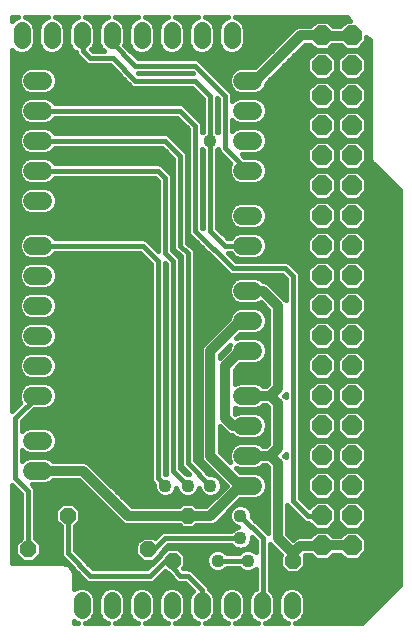
<source format=gbl>
G75*
%MOIN*%
%OFA0B0*%
%FSLAX25Y25*%
%IPPOS*%
%LPD*%
%AMOC8*
5,1,8,0,0,1.08239X$1,22.5*
%
%ADD10C,0.05600*%
%ADD11OC8,0.06600*%
%ADD12C,0.06000*%
%ADD13OC8,0.05200*%
%ADD14C,0.01600*%
%ADD15C,0.04362*%
%ADD16C,0.03200*%
D10*
X0028946Y0010238D02*
X0028946Y0013598D01*
X0038946Y0013598D02*
X0038946Y0010238D01*
X0048946Y0010238D02*
X0048946Y0013598D01*
X0058946Y0013598D02*
X0058946Y0010238D01*
X0068946Y0010238D02*
X0068946Y0013598D01*
X0078946Y0013598D02*
X0078946Y0010238D01*
X0088946Y0010238D02*
X0088946Y0013598D01*
X0098946Y0013598D02*
X0098946Y0010238D01*
X0078946Y0200238D02*
X0078946Y0203598D01*
X0068946Y0203598D02*
X0068946Y0200238D01*
X0058946Y0200238D02*
X0058946Y0203598D01*
X0048946Y0203598D02*
X0048946Y0200238D01*
X0038946Y0200238D02*
X0038946Y0203598D01*
X0028946Y0203598D02*
X0028946Y0200238D01*
X0018946Y0200238D02*
X0018946Y0203598D01*
X0008946Y0203598D02*
X0008946Y0200238D01*
D11*
X0108946Y0201918D03*
X0108946Y0191918D03*
X0108946Y0181918D03*
X0108946Y0171918D03*
X0108946Y0161918D03*
X0108946Y0151918D03*
X0108946Y0141918D03*
X0108946Y0131918D03*
X0108946Y0121918D03*
X0108946Y0111918D03*
X0108946Y0101918D03*
X0108946Y0091918D03*
X0108946Y0081918D03*
X0108946Y0071918D03*
X0108946Y0061918D03*
X0108946Y0051918D03*
X0108946Y0041918D03*
X0108946Y0031918D03*
X0118946Y0031918D03*
X0118946Y0041918D03*
X0118946Y0051918D03*
X0118946Y0061918D03*
X0118946Y0071918D03*
X0118946Y0081918D03*
X0118946Y0091918D03*
X0118946Y0101918D03*
X0118946Y0111918D03*
X0118946Y0121918D03*
X0118946Y0131918D03*
X0118946Y0141918D03*
X0118946Y0151918D03*
X0118946Y0161918D03*
X0118946Y0171918D03*
X0118946Y0181918D03*
X0118946Y0191918D03*
X0118946Y0201918D03*
D12*
X0086100Y0186800D02*
X0082500Y0186800D01*
X0082500Y0176800D02*
X0086100Y0176800D01*
X0086100Y0166800D02*
X0082500Y0166800D01*
X0082500Y0156800D02*
X0086100Y0156800D01*
X0086100Y0141800D02*
X0082500Y0141800D01*
X0082500Y0131800D02*
X0086100Y0131800D01*
X0086100Y0116800D02*
X0082500Y0116800D01*
X0082500Y0106800D02*
X0086100Y0106800D01*
X0086100Y0096800D02*
X0082500Y0096800D01*
X0082500Y0081800D02*
X0086100Y0081800D01*
X0086100Y0071800D02*
X0082500Y0071800D01*
X0082500Y0061800D02*
X0086100Y0061800D01*
X0086100Y0051800D02*
X0082500Y0051800D01*
X0016100Y0056800D02*
X0012500Y0056800D01*
X0012500Y0066800D02*
X0016100Y0066800D01*
X0016100Y0081800D02*
X0012500Y0081800D01*
X0012500Y0091800D02*
X0016100Y0091800D01*
X0016100Y0101800D02*
X0012500Y0101800D01*
X0012500Y0111800D02*
X0016100Y0111800D01*
X0016100Y0121800D02*
X0012500Y0121800D01*
X0012500Y0131800D02*
X0016100Y0131800D01*
X0016100Y0146800D02*
X0012500Y0146800D01*
X0012500Y0156800D02*
X0016100Y0156800D01*
X0016100Y0166800D02*
X0012500Y0166800D01*
X0012500Y0176800D02*
X0016100Y0176800D01*
X0016100Y0186800D02*
X0012500Y0186800D01*
D13*
X0024300Y0041800D03*
X0011072Y0030658D03*
X0051072Y0030658D03*
X0059300Y0026800D03*
X0064300Y0041800D03*
X0099300Y0026800D03*
D14*
X0005800Y0025879D02*
X0005800Y0051906D01*
X0008672Y0049034D01*
X0008672Y0034198D01*
X0006872Y0032398D01*
X0006872Y0028919D01*
X0009332Y0026458D01*
X0012811Y0026458D01*
X0015272Y0028919D01*
X0015272Y0032398D01*
X0013472Y0034198D01*
X0013472Y0050506D01*
X0013106Y0051388D01*
X0012294Y0052200D01*
X0017015Y0052200D01*
X0018706Y0052900D01*
X0019405Y0053600D01*
X0027975Y0053600D01*
X0041587Y0039987D01*
X0042487Y0039087D01*
X0043663Y0038600D01*
X0061560Y0038600D01*
X0062560Y0037600D01*
X0066040Y0037600D01*
X0067040Y0038600D01*
X0072437Y0038600D01*
X0073613Y0039087D01*
X0081725Y0047200D01*
X0087015Y0047200D01*
X0088706Y0047900D01*
X0090000Y0049194D01*
X0090700Y0050885D01*
X0090700Y0052715D01*
X0090000Y0054406D01*
X0088706Y0055700D01*
X0087015Y0056400D01*
X0081725Y0056400D01*
X0080459Y0057666D01*
X0081585Y0057200D01*
X0087015Y0057200D01*
X0088706Y0057900D01*
X0089405Y0058600D01*
X0090475Y0058600D01*
X0091100Y0057975D01*
X0091100Y0035894D01*
X0090659Y0036335D01*
X0085581Y0041413D01*
X0085581Y0042552D01*
X0085005Y0043942D01*
X0083942Y0045005D01*
X0082552Y0045581D01*
X0081048Y0045581D01*
X0079658Y0045005D01*
X0078595Y0043942D01*
X0078019Y0042552D01*
X0078019Y0041048D01*
X0078595Y0039658D01*
X0079658Y0038595D01*
X0080973Y0038050D01*
X0079658Y0037505D01*
X0078853Y0036700D01*
X0056323Y0036700D01*
X0055441Y0036335D01*
X0054765Y0035659D01*
X0053388Y0034282D01*
X0052811Y0034858D01*
X0049332Y0034858D01*
X0048572Y0034098D01*
X0048326Y0034045D01*
X0047541Y0033501D01*
X0047024Y0032699D01*
X0046991Y0032517D01*
X0046872Y0032398D01*
X0046872Y0031860D01*
X0046853Y0031759D01*
X0046872Y0031675D01*
X0046872Y0028919D01*
X0049332Y0026458D01*
X0052811Y0026458D01*
X0055272Y0028919D01*
X0055272Y0029378D01*
X0057794Y0031900D01*
X0078853Y0031900D01*
X0079658Y0031095D01*
X0081048Y0030519D01*
X0082552Y0030519D01*
X0083942Y0031095D01*
X0085005Y0032158D01*
X0085581Y0033548D01*
X0085581Y0034625D01*
X0086900Y0033306D01*
X0086900Y0029547D01*
X0086442Y0030005D01*
X0085052Y0030581D01*
X0083548Y0030581D01*
X0082158Y0030005D01*
X0081353Y0029200D01*
X0077247Y0029200D01*
X0076442Y0030005D01*
X0075052Y0030581D01*
X0073548Y0030581D01*
X0072158Y0030005D01*
X0071095Y0028942D01*
X0070519Y0027552D01*
X0070519Y0026048D01*
X0071095Y0024658D01*
X0072158Y0023595D01*
X0073548Y0023019D01*
X0075052Y0023019D01*
X0076442Y0023595D01*
X0077247Y0024400D01*
X0081353Y0024400D01*
X0082158Y0023595D01*
X0083548Y0023019D01*
X0085052Y0023019D01*
X0086442Y0023595D01*
X0086900Y0024053D01*
X0086900Y0017513D01*
X0086453Y0017328D01*
X0085216Y0016091D01*
X0084546Y0014473D01*
X0084546Y0009363D01*
X0085216Y0007746D01*
X0086453Y0006508D01*
X0087877Y0005918D01*
X0080014Y0005918D01*
X0081438Y0006508D01*
X0082676Y0007746D01*
X0083346Y0009363D01*
X0083346Y0014473D01*
X0082676Y0016091D01*
X0081438Y0017328D01*
X0079821Y0017998D01*
X0078070Y0017998D01*
X0076453Y0017328D01*
X0075216Y0016091D01*
X0074546Y0014473D01*
X0074546Y0009363D01*
X0075216Y0007746D01*
X0076453Y0006508D01*
X0077877Y0005918D01*
X0070014Y0005918D01*
X0071438Y0006508D01*
X0072676Y0007746D01*
X0073346Y0009363D01*
X0073346Y0014473D01*
X0072676Y0016091D01*
X0071438Y0017328D01*
X0071346Y0017367D01*
X0071346Y0017632D01*
X0070980Y0018514D01*
X0066335Y0023159D01*
X0065659Y0023835D01*
X0064777Y0024200D01*
X0062794Y0024200D01*
X0062717Y0024277D01*
X0063500Y0025060D01*
X0063500Y0028540D01*
X0061040Y0031000D01*
X0057560Y0031000D01*
X0055100Y0028540D01*
X0055100Y0028494D01*
X0054765Y0028159D01*
X0050806Y0024200D01*
X0032794Y0024200D01*
X0026700Y0030294D01*
X0026700Y0038260D01*
X0028500Y0040060D01*
X0028500Y0043540D01*
X0026040Y0046000D01*
X0022560Y0046000D01*
X0020100Y0043540D01*
X0020100Y0040060D01*
X0021900Y0038260D01*
X0021900Y0028823D01*
X0022265Y0027941D01*
X0029765Y0020441D01*
X0030441Y0019765D01*
X0031323Y0019400D01*
X0052277Y0019400D01*
X0053159Y0019765D01*
X0056777Y0023383D01*
X0057560Y0022600D01*
X0057606Y0022600D01*
X0057941Y0022265D01*
X0060441Y0019765D01*
X0061323Y0019400D01*
X0063306Y0019400D01*
X0065915Y0016790D01*
X0065216Y0016091D01*
X0064546Y0014473D01*
X0064546Y0009363D01*
X0065216Y0007746D01*
X0066453Y0006508D01*
X0067877Y0005918D01*
X0060014Y0005918D01*
X0061438Y0006508D01*
X0062676Y0007746D01*
X0063346Y0009363D01*
X0063346Y0014473D01*
X0062676Y0016091D01*
X0061438Y0017328D01*
X0059821Y0017998D01*
X0058070Y0017998D01*
X0056453Y0017328D01*
X0055216Y0016091D01*
X0054546Y0014473D01*
X0054546Y0009363D01*
X0055216Y0007746D01*
X0056453Y0006508D01*
X0057877Y0005918D01*
X0050014Y0005918D01*
X0051438Y0006508D01*
X0052676Y0007746D01*
X0053346Y0009363D01*
X0053346Y0014473D01*
X0052676Y0016091D01*
X0051438Y0017328D01*
X0049821Y0017998D01*
X0048070Y0017998D01*
X0046453Y0017328D01*
X0045216Y0016091D01*
X0044546Y0014473D01*
X0044546Y0009363D01*
X0045216Y0007746D01*
X0046453Y0006508D01*
X0047877Y0005918D01*
X0040014Y0005918D01*
X0041438Y0006508D01*
X0042676Y0007746D01*
X0043346Y0009363D01*
X0043346Y0014473D01*
X0042676Y0016091D01*
X0041438Y0017328D01*
X0039821Y0017998D01*
X0038070Y0017998D01*
X0036453Y0017328D01*
X0035216Y0016091D01*
X0034546Y0014473D01*
X0034546Y0009363D01*
X0035216Y0007746D01*
X0036453Y0006508D01*
X0037877Y0005918D01*
X0030014Y0005918D01*
X0031438Y0006508D01*
X0032676Y0007746D01*
X0033346Y0009363D01*
X0033346Y0014473D01*
X0032676Y0016091D01*
X0031438Y0017328D01*
X0029821Y0017998D01*
X0028070Y0017998D01*
X0026453Y0017328D01*
X0026410Y0017285D01*
X0026410Y0022674D01*
X0025801Y0024145D01*
X0024676Y0025270D01*
X0023206Y0025879D01*
X0005800Y0025879D01*
X0005800Y0027376D02*
X0008414Y0027376D01*
X0006872Y0028975D02*
X0005800Y0028975D01*
X0005800Y0030573D02*
X0006872Y0030573D01*
X0006872Y0032172D02*
X0005800Y0032172D01*
X0005800Y0033770D02*
X0008244Y0033770D01*
X0008672Y0035369D02*
X0005800Y0035369D01*
X0005800Y0036967D02*
X0008672Y0036967D01*
X0008672Y0038566D02*
X0005800Y0038566D01*
X0005800Y0040164D02*
X0008672Y0040164D01*
X0008672Y0041763D02*
X0005800Y0041763D01*
X0005800Y0043361D02*
X0008672Y0043361D01*
X0008672Y0044960D02*
X0005800Y0044960D01*
X0005800Y0046558D02*
X0008672Y0046558D01*
X0008672Y0048157D02*
X0005800Y0048157D01*
X0005800Y0049755D02*
X0007951Y0049755D01*
X0006352Y0051354D02*
X0005800Y0051354D01*
X0006800Y0054300D02*
X0006800Y0074300D01*
X0014300Y0081800D01*
X0013094Y0077200D02*
X0017015Y0077200D01*
X0018706Y0077900D01*
X0020000Y0079194D01*
X0020700Y0080885D01*
X0020700Y0082715D01*
X0020000Y0084406D01*
X0018706Y0085700D01*
X0017015Y0086400D01*
X0011585Y0086400D01*
X0009894Y0085700D01*
X0008600Y0084406D01*
X0007900Y0082715D01*
X0007900Y0080885D01*
X0008512Y0079407D01*
X0005800Y0076694D01*
X0005800Y0197161D01*
X0006453Y0196508D01*
X0008070Y0195838D01*
X0009821Y0195838D01*
X0011438Y0196508D01*
X0012676Y0197746D01*
X0013346Y0199363D01*
X0013346Y0204473D01*
X0012676Y0206091D01*
X0011438Y0207328D01*
X0010014Y0207918D01*
X0017877Y0207918D01*
X0016453Y0207328D01*
X0015216Y0206091D01*
X0014546Y0204473D01*
X0014546Y0199363D01*
X0015216Y0197746D01*
X0016453Y0196508D01*
X0018070Y0195838D01*
X0019821Y0195838D01*
X0021438Y0196508D01*
X0022676Y0197746D01*
X0023346Y0199363D01*
X0023346Y0204473D01*
X0022676Y0206091D01*
X0021438Y0207328D01*
X0020014Y0207918D01*
X0027877Y0207918D01*
X0026453Y0207328D01*
X0025216Y0206091D01*
X0024546Y0204473D01*
X0024546Y0199363D01*
X0025216Y0197746D01*
X0026453Y0196508D01*
X0026900Y0196323D01*
X0026900Y0196323D01*
X0027265Y0195441D01*
X0027941Y0194765D01*
X0030441Y0192265D01*
X0031323Y0191900D01*
X0038306Y0191900D01*
X0045441Y0184765D01*
X0046323Y0184400D01*
X0065806Y0184400D01*
X0069400Y0180806D01*
X0069400Y0169747D01*
X0069200Y0169547D01*
X0069200Y0172277D01*
X0068835Y0173159D01*
X0068159Y0173835D01*
X0063159Y0178835D01*
X0062277Y0179200D01*
X0020085Y0179200D01*
X0020000Y0179406D01*
X0018706Y0180700D01*
X0017015Y0181400D01*
X0011585Y0181400D01*
X0009894Y0180700D01*
X0008600Y0179406D01*
X0007900Y0177715D01*
X0007900Y0175885D01*
X0008600Y0174194D01*
X0009894Y0172900D01*
X0011585Y0172200D01*
X0017015Y0172200D01*
X0018706Y0172900D01*
X0020000Y0174194D01*
X0020085Y0174400D01*
X0060806Y0174400D01*
X0064400Y0170806D01*
X0064400Y0136323D01*
X0064765Y0135441D01*
X0077265Y0122941D01*
X0077941Y0122265D01*
X0078823Y0121900D01*
X0095806Y0121900D01*
X0096900Y0120806D01*
X0096900Y0113725D01*
X0096113Y0114513D01*
X0091113Y0119513D01*
X0089937Y0120000D01*
X0089405Y0120000D01*
X0088706Y0120700D01*
X0087015Y0121400D01*
X0081585Y0121400D01*
X0079894Y0120700D01*
X0078600Y0119406D01*
X0077900Y0117715D01*
X0077900Y0115885D01*
X0078600Y0114194D01*
X0079894Y0112900D01*
X0081585Y0112200D01*
X0087015Y0112200D01*
X0088683Y0112891D01*
X0091100Y0110475D01*
X0091100Y0085625D01*
X0090475Y0085000D01*
X0089405Y0085000D01*
X0088706Y0085700D01*
X0087015Y0086400D01*
X0081585Y0086400D01*
X0080000Y0085743D01*
X0080000Y0090475D01*
X0081725Y0092200D01*
X0087015Y0092200D01*
X0088706Y0092900D01*
X0090000Y0094194D01*
X0090700Y0095885D01*
X0090700Y0097715D01*
X0090000Y0099406D01*
X0088706Y0100700D01*
X0087015Y0101400D01*
X0081585Y0101400D01*
X0080459Y0100934D01*
X0081725Y0102200D01*
X0087015Y0102200D01*
X0088706Y0102900D01*
X0090000Y0104194D01*
X0090700Y0105885D01*
X0090700Y0107715D01*
X0090000Y0109406D01*
X0088706Y0110700D01*
X0087015Y0111400D01*
X0081585Y0111400D01*
X0079894Y0110700D01*
X0078600Y0109406D01*
X0077900Y0107715D01*
X0077900Y0107425D01*
X0069987Y0099513D01*
X0069087Y0098613D01*
X0068600Y0097437D01*
X0068600Y0061163D01*
X0069087Y0059987D01*
X0077275Y0051800D01*
X0070475Y0045000D01*
X0067040Y0045000D01*
X0066040Y0046000D01*
X0062560Y0046000D01*
X0061560Y0045000D01*
X0045625Y0045000D01*
X0031113Y0059513D01*
X0029937Y0060000D01*
X0019405Y0060000D01*
X0018706Y0060700D01*
X0017015Y0061400D01*
X0011585Y0061400D01*
X0009894Y0060700D01*
X0009200Y0060005D01*
X0009200Y0063595D01*
X0009894Y0062900D01*
X0011585Y0062200D01*
X0017015Y0062200D01*
X0018706Y0062900D01*
X0020000Y0064194D01*
X0020700Y0065885D01*
X0020700Y0067715D01*
X0020000Y0069406D01*
X0018706Y0070700D01*
X0017015Y0071400D01*
X0011585Y0071400D01*
X0009894Y0070700D01*
X0009200Y0070005D01*
X0009200Y0073306D01*
X0013094Y0077200D01*
X0012824Y0076930D02*
X0051900Y0076930D01*
X0051900Y0075332D02*
X0011226Y0075332D01*
X0009627Y0073733D02*
X0051900Y0073733D01*
X0051900Y0072134D02*
X0009200Y0072134D01*
X0009200Y0070536D02*
X0009731Y0070536D01*
X0006036Y0076930D02*
X0005800Y0076930D01*
X0005800Y0078529D02*
X0007634Y0078529D01*
X0008214Y0080127D02*
X0005800Y0080127D01*
X0005800Y0081726D02*
X0007900Y0081726D01*
X0008152Y0083324D02*
X0005800Y0083324D01*
X0005800Y0084923D02*
X0009117Y0084923D01*
X0009894Y0087900D02*
X0008600Y0089194D01*
X0007900Y0090885D01*
X0007900Y0092715D01*
X0008600Y0094406D01*
X0009894Y0095700D01*
X0011585Y0096400D01*
X0017015Y0096400D01*
X0018706Y0095700D01*
X0020000Y0094406D01*
X0020700Y0092715D01*
X0020700Y0090885D01*
X0020000Y0089194D01*
X0018706Y0087900D01*
X0017015Y0087200D01*
X0011585Y0087200D01*
X0009894Y0087900D01*
X0009675Y0088120D02*
X0005800Y0088120D01*
X0005800Y0089718D02*
X0008383Y0089718D01*
X0007900Y0091317D02*
X0005800Y0091317D01*
X0005800Y0092915D02*
X0007983Y0092915D01*
X0008708Y0094514D02*
X0005800Y0094514D01*
X0005800Y0096112D02*
X0010890Y0096112D01*
X0011585Y0097200D02*
X0009894Y0097900D01*
X0008600Y0099194D01*
X0007900Y0100885D01*
X0007900Y0102715D01*
X0008600Y0104406D01*
X0009894Y0105700D01*
X0011585Y0106400D01*
X0017015Y0106400D01*
X0018706Y0105700D01*
X0020000Y0104406D01*
X0020700Y0102715D01*
X0020700Y0100885D01*
X0020000Y0099194D01*
X0018706Y0097900D01*
X0017015Y0097200D01*
X0011585Y0097200D01*
X0010352Y0097711D02*
X0005800Y0097711D01*
X0005800Y0099309D02*
X0008553Y0099309D01*
X0007900Y0100908D02*
X0005800Y0100908D01*
X0005800Y0102506D02*
X0007900Y0102506D01*
X0008476Y0104105D02*
X0005800Y0104105D01*
X0005800Y0105703D02*
X0009903Y0105703D01*
X0011339Y0107302D02*
X0005800Y0107302D01*
X0005800Y0108900D02*
X0008894Y0108900D01*
X0008600Y0109194D02*
X0007900Y0110885D01*
X0007900Y0112715D01*
X0008600Y0114406D01*
X0009894Y0115700D01*
X0011585Y0116400D01*
X0017015Y0116400D01*
X0018706Y0115700D01*
X0020000Y0114406D01*
X0020700Y0112715D01*
X0020700Y0110885D01*
X0020000Y0109194D01*
X0018706Y0107900D01*
X0017015Y0107200D01*
X0011585Y0107200D01*
X0009894Y0107900D01*
X0008600Y0109194D01*
X0008060Y0110499D02*
X0005800Y0110499D01*
X0005800Y0112097D02*
X0007900Y0112097D01*
X0008306Y0113696D02*
X0005800Y0113696D01*
X0005800Y0115294D02*
X0009489Y0115294D01*
X0009894Y0117900D02*
X0008600Y0119194D01*
X0007900Y0120885D01*
X0007900Y0122715D01*
X0008600Y0124406D01*
X0009894Y0125700D01*
X0011585Y0126400D01*
X0017015Y0126400D01*
X0018706Y0125700D01*
X0020000Y0124406D01*
X0020700Y0122715D01*
X0020700Y0120885D01*
X0020000Y0119194D01*
X0018706Y0117900D01*
X0017015Y0117200D01*
X0011585Y0117200D01*
X0009894Y0117900D01*
X0009303Y0118491D02*
X0005800Y0118491D01*
X0005800Y0116893D02*
X0051900Y0116893D01*
X0051900Y0118491D02*
X0019297Y0118491D01*
X0020371Y0120090D02*
X0051900Y0120090D01*
X0051900Y0121688D02*
X0020700Y0121688D01*
X0020463Y0123287D02*
X0051900Y0123287D01*
X0051900Y0124885D02*
X0019520Y0124885D01*
X0018706Y0127900D02*
X0017015Y0127200D01*
X0011585Y0127200D01*
X0009894Y0127900D01*
X0008600Y0129194D01*
X0007900Y0130885D01*
X0007900Y0132715D01*
X0008600Y0134406D01*
X0009894Y0135700D01*
X0011585Y0136400D01*
X0017015Y0136400D01*
X0018706Y0135700D01*
X0020000Y0134406D01*
X0020085Y0134200D01*
X0049777Y0134200D01*
X0050659Y0133835D01*
X0054400Y0130094D01*
X0054400Y0153306D01*
X0053306Y0154400D01*
X0020085Y0154400D01*
X0020000Y0154194D01*
X0018706Y0152900D01*
X0017015Y0152200D01*
X0011585Y0152200D01*
X0009894Y0152900D01*
X0008600Y0154194D01*
X0007900Y0155885D01*
X0007900Y0157715D01*
X0008600Y0159406D01*
X0009894Y0160700D01*
X0011585Y0161400D01*
X0017015Y0161400D01*
X0018706Y0160700D01*
X0020000Y0159406D01*
X0020085Y0159200D01*
X0054777Y0159200D01*
X0055659Y0158835D01*
X0058159Y0156335D01*
X0058835Y0155659D01*
X0059200Y0154777D01*
X0059200Y0130294D01*
X0060659Y0128835D01*
X0061335Y0128159D01*
X0061700Y0127277D01*
X0061700Y0057794D01*
X0063913Y0055581D01*
X0064625Y0055581D01*
X0062265Y0057941D01*
X0061900Y0058823D01*
X0061900Y0128306D01*
X0059765Y0130441D01*
X0059400Y0131323D01*
X0059400Y0160806D01*
X0055806Y0164400D01*
X0020085Y0164400D01*
X0020000Y0164194D01*
X0018706Y0162900D01*
X0017015Y0162200D01*
X0011585Y0162200D01*
X0009894Y0162900D01*
X0008600Y0164194D01*
X0007900Y0165885D01*
X0007900Y0167715D01*
X0008600Y0169406D01*
X0009894Y0170700D01*
X0011585Y0171400D01*
X0017015Y0171400D01*
X0018706Y0170700D01*
X0020000Y0169406D01*
X0020085Y0169200D01*
X0057277Y0169200D01*
X0058159Y0168835D01*
X0063159Y0163835D01*
X0063835Y0163159D01*
X0064200Y0162277D01*
X0064200Y0132794D01*
X0065659Y0131335D01*
X0066335Y0130659D01*
X0066700Y0129777D01*
X0066700Y0060294D01*
X0071413Y0055581D01*
X0072552Y0055581D01*
X0073942Y0055005D01*
X0075005Y0053942D01*
X0075581Y0052552D01*
X0075581Y0051048D01*
X0075005Y0049658D01*
X0073942Y0048595D01*
X0072552Y0048019D01*
X0071048Y0048019D01*
X0069658Y0048595D01*
X0068595Y0049658D01*
X0068050Y0050973D01*
X0067505Y0049658D01*
X0066442Y0048595D01*
X0065052Y0048019D01*
X0063548Y0048019D01*
X0062158Y0048595D01*
X0061095Y0049658D01*
X0060550Y0050973D01*
X0060005Y0049658D01*
X0058942Y0048595D01*
X0057552Y0048019D01*
X0056048Y0048019D01*
X0054658Y0048595D01*
X0053595Y0049658D01*
X0053019Y0051048D01*
X0053019Y0052187D01*
X0052265Y0052941D01*
X0051900Y0053823D01*
X0051900Y0125806D01*
X0048306Y0129400D01*
X0020085Y0129400D01*
X0020000Y0129194D01*
X0018706Y0127900D01*
X0018888Y0128082D02*
X0049623Y0128082D01*
X0051222Y0126484D02*
X0005800Y0126484D01*
X0005800Y0128082D02*
X0009712Y0128082D01*
X0008399Y0129681D02*
X0005800Y0129681D01*
X0005800Y0131279D02*
X0007900Y0131279D01*
X0007967Y0132878D02*
X0005800Y0132878D01*
X0005800Y0134476D02*
X0008671Y0134476D01*
X0010800Y0136075D02*
X0005800Y0136075D01*
X0005800Y0137673D02*
X0054400Y0137673D01*
X0054400Y0136075D02*
X0017800Y0136075D01*
X0019929Y0134476D02*
X0054400Y0134476D01*
X0054400Y0132878D02*
X0051616Y0132878D01*
X0053215Y0131279D02*
X0054400Y0131279D01*
X0056800Y0129300D02*
X0059300Y0126800D01*
X0059300Y0056800D01*
X0064300Y0051800D01*
X0063215Y0048157D02*
X0057885Y0048157D01*
X0060046Y0049755D02*
X0061054Y0049755D01*
X0065385Y0048157D02*
X0070715Y0048157D01*
X0072033Y0046558D02*
X0044067Y0046558D01*
X0042469Y0048157D02*
X0055715Y0048157D01*
X0053554Y0049755D02*
X0040870Y0049755D01*
X0039272Y0051354D02*
X0053019Y0051354D01*
X0052260Y0052952D02*
X0037673Y0052952D01*
X0036075Y0054551D02*
X0051900Y0054551D01*
X0051900Y0056149D02*
X0034476Y0056149D01*
X0032878Y0057748D02*
X0051900Y0057748D01*
X0051900Y0059346D02*
X0031279Y0059346D01*
X0028622Y0052952D02*
X0018758Y0052952D01*
X0021520Y0044960D02*
X0013472Y0044960D01*
X0013472Y0046558D02*
X0035016Y0046558D01*
X0036615Y0044960D02*
X0027080Y0044960D01*
X0028500Y0043361D02*
X0038213Y0043361D01*
X0039812Y0041763D02*
X0028500Y0041763D01*
X0028500Y0040164D02*
X0041410Y0040164D01*
X0047930Y0033770D02*
X0026700Y0033770D01*
X0026700Y0032172D02*
X0046872Y0032172D01*
X0046872Y0030573D02*
X0026700Y0030573D01*
X0028019Y0028975D02*
X0046872Y0028975D01*
X0048414Y0027376D02*
X0029618Y0027376D01*
X0031216Y0025778D02*
X0052384Y0025778D01*
X0053729Y0027376D02*
X0053982Y0027376D01*
X0055272Y0028975D02*
X0055535Y0028975D01*
X0056467Y0030573D02*
X0057134Y0030573D01*
X0056800Y0034300D02*
X0081800Y0034300D01*
X0079120Y0036967D02*
X0026700Y0036967D01*
X0026700Y0035369D02*
X0054475Y0035369D01*
X0056800Y0034300D02*
X0053158Y0030658D01*
X0051072Y0030658D01*
X0049300Y0031800D01*
X0056800Y0026800D02*
X0051800Y0021800D01*
X0031800Y0021800D01*
X0024300Y0029300D01*
X0024300Y0041800D01*
X0027005Y0038566D02*
X0061595Y0038566D01*
X0067005Y0038566D02*
X0079728Y0038566D01*
X0078385Y0040164D02*
X0074690Y0040164D01*
X0076288Y0041763D02*
X0078019Y0041763D01*
X0077887Y0043361D02*
X0078354Y0043361D01*
X0079485Y0044960D02*
X0079613Y0044960D01*
X0081084Y0046558D02*
X0091100Y0046558D01*
X0091100Y0044960D02*
X0083987Y0044960D01*
X0085246Y0043361D02*
X0091100Y0043361D01*
X0091100Y0041763D02*
X0085581Y0041763D01*
X0086830Y0040164D02*
X0091100Y0040164D01*
X0091100Y0038566D02*
X0088428Y0038566D01*
X0090027Y0036967D02*
X0091100Y0036967D01*
X0089300Y0034300D02*
X0089300Y0014300D01*
X0091700Y0017066D02*
X0091700Y0032375D01*
X0095317Y0028757D01*
X0095100Y0028540D01*
X0095100Y0025060D01*
X0097560Y0022600D01*
X0101040Y0022600D01*
X0103500Y0025060D01*
X0103500Y0028540D01*
X0103440Y0028600D01*
X0105334Y0028600D01*
X0106916Y0027018D01*
X0110975Y0027018D01*
X0112675Y0028718D01*
X0115216Y0028718D01*
X0116916Y0027018D01*
X0120975Y0027018D01*
X0123846Y0029888D01*
X0123846Y0033948D01*
X0120975Y0036818D01*
X0116916Y0036818D01*
X0115216Y0035118D01*
X0112675Y0035118D01*
X0110975Y0036818D01*
X0106916Y0036818D01*
X0105098Y0035000D01*
X0101163Y0035000D01*
X0099987Y0034513D01*
X0099300Y0033825D01*
X0097500Y0035625D01*
X0097500Y0045206D01*
X0102265Y0040441D01*
X0102941Y0039765D01*
X0103823Y0039400D01*
X0104534Y0039400D01*
X0106916Y0037018D01*
X0110975Y0037018D01*
X0113846Y0039888D01*
X0113846Y0043948D01*
X0110975Y0046818D01*
X0106916Y0046818D01*
X0104796Y0044698D01*
X0101700Y0047794D01*
X0101700Y0122277D01*
X0101335Y0123159D01*
X0100659Y0123835D01*
X0098159Y0126335D01*
X0097277Y0126700D01*
X0080294Y0126700D01*
X0077594Y0129400D01*
X0078515Y0129400D01*
X0078600Y0129194D01*
X0079894Y0127900D01*
X0081585Y0127200D01*
X0087015Y0127200D01*
X0088706Y0127900D01*
X0090000Y0129194D01*
X0090700Y0130885D01*
X0090700Y0132715D01*
X0090000Y0134406D01*
X0088706Y0135700D01*
X0087015Y0136400D01*
X0081585Y0136400D01*
X0079894Y0135700D01*
X0078600Y0134406D01*
X0078515Y0134200D01*
X0077794Y0134200D01*
X0074200Y0137794D01*
X0074200Y0163853D01*
X0074400Y0164053D01*
X0074400Y0163823D01*
X0074765Y0162941D01*
X0078512Y0159193D01*
X0077900Y0157715D01*
X0077900Y0155885D01*
X0078600Y0154194D01*
X0079894Y0152900D01*
X0081585Y0152200D01*
X0087015Y0152200D01*
X0088706Y0152900D01*
X0090000Y0154194D01*
X0090700Y0155885D01*
X0090700Y0157715D01*
X0090000Y0159406D01*
X0088706Y0160700D01*
X0087015Y0161400D01*
X0083094Y0161400D01*
X0082294Y0162200D01*
X0087015Y0162200D01*
X0088706Y0162900D01*
X0090000Y0164194D01*
X0090700Y0165885D01*
X0090700Y0167715D01*
X0090000Y0169406D01*
X0088706Y0170700D01*
X0087015Y0171400D01*
X0081585Y0171400D01*
X0079894Y0170700D01*
X0079200Y0170005D01*
X0079200Y0173595D01*
X0079894Y0172900D01*
X0081585Y0172200D01*
X0087015Y0172200D01*
X0088706Y0172900D01*
X0090000Y0174194D01*
X0090700Y0175885D01*
X0090700Y0177715D01*
X0090000Y0179406D01*
X0088706Y0180700D01*
X0087015Y0181400D01*
X0081585Y0181400D01*
X0079894Y0180700D01*
X0079200Y0180005D01*
X0079200Y0182277D01*
X0078835Y0183159D01*
X0078159Y0183835D01*
X0068159Y0193835D01*
X0067277Y0194200D01*
X0047794Y0194200D01*
X0043136Y0198858D01*
X0043346Y0199363D01*
X0043346Y0204473D01*
X0042676Y0206091D01*
X0041438Y0207328D01*
X0040014Y0207918D01*
X0047877Y0207918D01*
X0046453Y0207328D01*
X0045216Y0206091D01*
X0044546Y0204473D01*
X0044546Y0199363D01*
X0045216Y0197746D01*
X0046453Y0196508D01*
X0048070Y0195838D01*
X0049821Y0195838D01*
X0051438Y0196508D01*
X0052676Y0197746D01*
X0053346Y0199363D01*
X0053346Y0204473D01*
X0052676Y0206091D01*
X0051438Y0207328D01*
X0050014Y0207918D01*
X0057877Y0207918D01*
X0056453Y0207328D01*
X0055216Y0206091D01*
X0054546Y0204473D01*
X0054546Y0199363D01*
X0055216Y0197746D01*
X0056453Y0196508D01*
X0058070Y0195838D01*
X0059821Y0195838D01*
X0061438Y0196508D01*
X0062676Y0197746D01*
X0063346Y0199363D01*
X0063346Y0204473D01*
X0062676Y0206091D01*
X0061438Y0207328D01*
X0060014Y0207918D01*
X0067877Y0207918D01*
X0066453Y0207328D01*
X0065216Y0206091D01*
X0064546Y0204473D01*
X0064546Y0199363D01*
X0065216Y0197746D01*
X0066453Y0196508D01*
X0068070Y0195838D01*
X0069821Y0195838D01*
X0071438Y0196508D01*
X0072676Y0197746D01*
X0073346Y0199363D01*
X0073346Y0204473D01*
X0072676Y0206091D01*
X0071438Y0207328D01*
X0070014Y0207918D01*
X0077877Y0207918D01*
X0076453Y0207328D01*
X0075216Y0206091D01*
X0074546Y0204473D01*
X0074546Y0199363D01*
X0075216Y0197746D01*
X0076453Y0196508D01*
X0078070Y0195838D01*
X0079821Y0195838D01*
X0081438Y0196508D01*
X0082676Y0197746D01*
X0083346Y0199363D01*
X0083346Y0204473D01*
X0082676Y0206091D01*
X0081438Y0207328D01*
X0080014Y0207918D01*
X0117289Y0207918D01*
X0118389Y0206818D01*
X0116916Y0206818D01*
X0115098Y0205000D01*
X0112793Y0205000D01*
X0110975Y0206818D01*
X0106916Y0206818D01*
X0105216Y0205118D01*
X0101282Y0205118D01*
X0100105Y0204631D01*
X0086875Y0191400D01*
X0081585Y0191400D01*
X0079894Y0190700D01*
X0078600Y0189406D01*
X0077900Y0187715D01*
X0077900Y0185885D01*
X0078600Y0184194D01*
X0079894Y0182900D01*
X0081585Y0182200D01*
X0087015Y0182200D01*
X0088706Y0182900D01*
X0090000Y0184194D01*
X0090700Y0185885D01*
X0090700Y0186175D01*
X0103244Y0198718D01*
X0105216Y0198718D01*
X0106916Y0197018D01*
X0110975Y0197018D01*
X0112557Y0198600D01*
X0115334Y0198600D01*
X0116916Y0197018D01*
X0120975Y0197018D01*
X0123846Y0199888D01*
X0123846Y0201361D01*
X0124946Y0200261D01*
X0124946Y0161122D01*
X0125555Y0159652D01*
X0126680Y0158527D01*
X0134946Y0150261D01*
X0134946Y0018575D01*
X0122289Y0005918D01*
X0100014Y0005918D01*
X0101438Y0006508D01*
X0102676Y0007746D01*
X0103346Y0009363D01*
X0103346Y0014473D01*
X0102676Y0016091D01*
X0101438Y0017328D01*
X0099821Y0017998D01*
X0098070Y0017998D01*
X0096453Y0017328D01*
X0095216Y0016091D01*
X0094546Y0014473D01*
X0094546Y0009363D01*
X0095216Y0007746D01*
X0096453Y0006508D01*
X0097877Y0005918D01*
X0090014Y0005918D01*
X0091438Y0006508D01*
X0092676Y0007746D01*
X0093346Y0009363D01*
X0093346Y0014473D01*
X0092676Y0016091D01*
X0091700Y0017066D01*
X0091700Y0017785D02*
X0097556Y0017785D01*
X0095312Y0016187D02*
X0092580Y0016187D01*
X0093298Y0014588D02*
X0094593Y0014588D01*
X0094546Y0012990D02*
X0093346Y0012990D01*
X0093346Y0011391D02*
X0094546Y0011391D01*
X0094546Y0009793D02*
X0093346Y0009793D01*
X0092862Y0008194D02*
X0095030Y0008194D01*
X0096366Y0006596D02*
X0091526Y0006596D01*
X0086366Y0006596D02*
X0081526Y0006596D01*
X0082862Y0008194D02*
X0085030Y0008194D01*
X0084546Y0009793D02*
X0083346Y0009793D01*
X0083346Y0011391D02*
X0084546Y0011391D01*
X0084546Y0012990D02*
X0083346Y0012990D01*
X0083298Y0014588D02*
X0084593Y0014588D01*
X0085312Y0016187D02*
X0082580Y0016187D01*
X0080335Y0017785D02*
X0086900Y0017785D01*
X0086900Y0019384D02*
X0070110Y0019384D01*
X0071282Y0017785D02*
X0077556Y0017785D01*
X0075312Y0016187D02*
X0072580Y0016187D01*
X0073298Y0014588D02*
X0074593Y0014588D01*
X0074546Y0012990D02*
X0073346Y0012990D01*
X0073346Y0011391D02*
X0074546Y0011391D01*
X0074546Y0009793D02*
X0073346Y0009793D01*
X0072862Y0008194D02*
X0075030Y0008194D01*
X0076366Y0006596D02*
X0071526Y0006596D01*
X0068946Y0011918D02*
X0068946Y0017154D01*
X0064300Y0021800D01*
X0061800Y0021800D01*
X0059300Y0024300D01*
X0059300Y0026800D01*
X0056800Y0026800D01*
X0055975Y0022581D02*
X0057625Y0022581D01*
X0059224Y0020982D02*
X0054376Y0020982D01*
X0057556Y0017785D02*
X0050335Y0017785D01*
X0052580Y0016187D02*
X0055312Y0016187D01*
X0054593Y0014588D02*
X0053298Y0014588D01*
X0053346Y0012990D02*
X0054546Y0012990D01*
X0054546Y0011391D02*
X0053346Y0011391D01*
X0053346Y0009793D02*
X0054546Y0009793D01*
X0055030Y0008194D02*
X0052862Y0008194D01*
X0051526Y0006596D02*
X0056366Y0006596D01*
X0061526Y0006596D02*
X0066366Y0006596D01*
X0065030Y0008194D02*
X0062862Y0008194D01*
X0063346Y0009793D02*
X0064546Y0009793D01*
X0064546Y0011391D02*
X0063346Y0011391D01*
X0063346Y0012990D02*
X0064546Y0012990D01*
X0064593Y0014588D02*
X0063298Y0014588D01*
X0062580Y0016187D02*
X0065312Y0016187D01*
X0064921Y0017785D02*
X0060335Y0017785D01*
X0063322Y0019384D02*
X0026410Y0019384D01*
X0026410Y0020982D02*
X0029224Y0020982D01*
X0027625Y0022581D02*
X0026410Y0022581D01*
X0026027Y0024179D02*
X0025767Y0024179D01*
X0024428Y0025778D02*
X0023450Y0025778D01*
X0022830Y0027376D02*
X0013729Y0027376D01*
X0015272Y0028975D02*
X0021900Y0028975D01*
X0021900Y0030573D02*
X0015272Y0030573D01*
X0015272Y0032172D02*
X0021900Y0032172D01*
X0021900Y0033770D02*
X0013899Y0033770D01*
X0013472Y0035369D02*
X0021900Y0035369D01*
X0021900Y0036967D02*
X0013472Y0036967D01*
X0013472Y0038566D02*
X0021595Y0038566D01*
X0020100Y0040164D02*
X0013472Y0040164D01*
X0013472Y0041763D02*
X0020100Y0041763D01*
X0020100Y0043361D02*
X0013472Y0043361D01*
X0013472Y0048157D02*
X0033418Y0048157D01*
X0031819Y0049755D02*
X0013472Y0049755D01*
X0013120Y0051354D02*
X0030221Y0051354D01*
X0019947Y0064142D02*
X0051900Y0064142D01*
X0051900Y0065740D02*
X0020640Y0065740D01*
X0020700Y0067339D02*
X0051900Y0067339D01*
X0051900Y0068937D02*
X0020194Y0068937D01*
X0018869Y0070536D02*
X0051900Y0070536D01*
X0051900Y0078529D02*
X0019334Y0078529D01*
X0020386Y0080127D02*
X0051900Y0080127D01*
X0051900Y0081726D02*
X0020700Y0081726D01*
X0020448Y0083324D02*
X0051900Y0083324D01*
X0051900Y0084923D02*
X0019483Y0084923D01*
X0018925Y0088120D02*
X0051900Y0088120D01*
X0051900Y0089718D02*
X0020217Y0089718D01*
X0020700Y0091317D02*
X0051900Y0091317D01*
X0051900Y0092915D02*
X0020617Y0092915D01*
X0019892Y0094514D02*
X0051900Y0094514D01*
X0051900Y0096112D02*
X0017710Y0096112D01*
X0018248Y0097711D02*
X0051900Y0097711D01*
X0051900Y0099309D02*
X0020047Y0099309D01*
X0020700Y0100908D02*
X0051900Y0100908D01*
X0051900Y0102506D02*
X0020700Y0102506D01*
X0020124Y0104105D02*
X0051900Y0104105D01*
X0051900Y0105703D02*
X0018697Y0105703D01*
X0017261Y0107302D02*
X0051900Y0107302D01*
X0051900Y0108900D02*
X0019706Y0108900D01*
X0020540Y0110499D02*
X0051900Y0110499D01*
X0051900Y0112097D02*
X0020700Y0112097D01*
X0020294Y0113696D02*
X0051900Y0113696D01*
X0051900Y0115294D02*
X0019111Y0115294D01*
X0009080Y0124885D02*
X0005800Y0124885D01*
X0005800Y0123287D02*
X0008137Y0123287D01*
X0007900Y0121688D02*
X0005800Y0121688D01*
X0005800Y0120090D02*
X0008229Y0120090D01*
X0014300Y0131800D02*
X0049300Y0131800D01*
X0054300Y0126800D01*
X0054300Y0054300D01*
X0056800Y0051800D01*
X0056700Y0055581D02*
X0056700Y0126006D01*
X0056900Y0125806D01*
X0056900Y0056323D01*
X0057207Y0055581D01*
X0056700Y0055581D01*
X0056700Y0056149D02*
X0056972Y0056149D01*
X0056900Y0057748D02*
X0056700Y0057748D01*
X0056700Y0059346D02*
X0056900Y0059346D01*
X0056900Y0060945D02*
X0056700Y0060945D01*
X0056700Y0062543D02*
X0056900Y0062543D01*
X0056900Y0064142D02*
X0056700Y0064142D01*
X0056700Y0065740D02*
X0056900Y0065740D01*
X0056900Y0067339D02*
X0056700Y0067339D01*
X0056700Y0068937D02*
X0056900Y0068937D01*
X0056900Y0070536D02*
X0056700Y0070536D01*
X0056700Y0072134D02*
X0056900Y0072134D01*
X0056900Y0073733D02*
X0056700Y0073733D01*
X0056700Y0075332D02*
X0056900Y0075332D01*
X0056900Y0076930D02*
X0056700Y0076930D01*
X0056700Y0078529D02*
X0056900Y0078529D01*
X0056900Y0080127D02*
X0056700Y0080127D01*
X0056700Y0081726D02*
X0056900Y0081726D01*
X0056900Y0083324D02*
X0056700Y0083324D01*
X0056700Y0084923D02*
X0056900Y0084923D01*
X0056900Y0086521D02*
X0056700Y0086521D01*
X0056700Y0088120D02*
X0056900Y0088120D01*
X0056900Y0089718D02*
X0056700Y0089718D01*
X0056700Y0091317D02*
X0056900Y0091317D01*
X0056900Y0092915D02*
X0056700Y0092915D01*
X0056700Y0094514D02*
X0056900Y0094514D01*
X0056900Y0096112D02*
X0056700Y0096112D01*
X0056700Y0097711D02*
X0056900Y0097711D01*
X0056900Y0099309D02*
X0056700Y0099309D01*
X0056700Y0100908D02*
X0056900Y0100908D01*
X0056900Y0102506D02*
X0056700Y0102506D01*
X0056700Y0104105D02*
X0056900Y0104105D01*
X0056900Y0105703D02*
X0056700Y0105703D01*
X0056700Y0107302D02*
X0056900Y0107302D01*
X0056900Y0108900D02*
X0056700Y0108900D01*
X0056700Y0110499D02*
X0056900Y0110499D01*
X0056900Y0112097D02*
X0056700Y0112097D01*
X0056700Y0113696D02*
X0056900Y0113696D01*
X0056900Y0115294D02*
X0056700Y0115294D01*
X0056700Y0116893D02*
X0056900Y0116893D01*
X0056900Y0118491D02*
X0056700Y0118491D01*
X0056700Y0120090D02*
X0056900Y0120090D01*
X0056900Y0121688D02*
X0056700Y0121688D01*
X0056700Y0123287D02*
X0056900Y0123287D01*
X0056900Y0124885D02*
X0056700Y0124885D01*
X0056800Y0129300D02*
X0056800Y0154300D01*
X0054300Y0156800D01*
X0014300Y0156800D01*
X0019353Y0160053D02*
X0059400Y0160053D01*
X0059400Y0158454D02*
X0056040Y0158454D01*
X0057638Y0156856D02*
X0059400Y0156856D01*
X0059400Y0155257D02*
X0059001Y0155257D01*
X0059200Y0153659D02*
X0059400Y0153659D01*
X0059400Y0152060D02*
X0059200Y0152060D01*
X0059200Y0150462D02*
X0059400Y0150462D01*
X0059400Y0148863D02*
X0059200Y0148863D01*
X0059200Y0147265D02*
X0059400Y0147265D01*
X0059400Y0145666D02*
X0059200Y0145666D01*
X0059200Y0144068D02*
X0059400Y0144068D01*
X0059400Y0142469D02*
X0059200Y0142469D01*
X0059200Y0140870D02*
X0059400Y0140870D01*
X0059400Y0139272D02*
X0059200Y0139272D01*
X0059200Y0137673D02*
X0059400Y0137673D01*
X0059400Y0136075D02*
X0059200Y0136075D01*
X0059200Y0134476D02*
X0059400Y0134476D01*
X0059400Y0132878D02*
X0059200Y0132878D01*
X0059200Y0131279D02*
X0059418Y0131279D01*
X0059813Y0129681D02*
X0060525Y0129681D01*
X0061367Y0128082D02*
X0061900Y0128082D01*
X0061900Y0126484D02*
X0061700Y0126484D01*
X0061700Y0124885D02*
X0061900Y0124885D01*
X0061900Y0123287D02*
X0061700Y0123287D01*
X0061700Y0121688D02*
X0061900Y0121688D01*
X0061900Y0120090D02*
X0061700Y0120090D01*
X0061700Y0118491D02*
X0061900Y0118491D01*
X0061900Y0116893D02*
X0061700Y0116893D01*
X0061700Y0115294D02*
X0061900Y0115294D01*
X0061900Y0113696D02*
X0061700Y0113696D01*
X0061700Y0112097D02*
X0061900Y0112097D01*
X0061900Y0110499D02*
X0061700Y0110499D01*
X0061700Y0108900D02*
X0061900Y0108900D01*
X0061900Y0107302D02*
X0061700Y0107302D01*
X0061700Y0105703D02*
X0061900Y0105703D01*
X0061900Y0104105D02*
X0061700Y0104105D01*
X0061700Y0102506D02*
X0061900Y0102506D01*
X0061900Y0100908D02*
X0061700Y0100908D01*
X0061700Y0099309D02*
X0061900Y0099309D01*
X0061900Y0097711D02*
X0061700Y0097711D01*
X0061700Y0096112D02*
X0061900Y0096112D01*
X0061900Y0094514D02*
X0061700Y0094514D01*
X0061700Y0092915D02*
X0061900Y0092915D01*
X0061900Y0091317D02*
X0061700Y0091317D01*
X0061700Y0089718D02*
X0061900Y0089718D01*
X0061900Y0088120D02*
X0061700Y0088120D01*
X0061700Y0086521D02*
X0061900Y0086521D01*
X0061900Y0084923D02*
X0061700Y0084923D01*
X0061700Y0083324D02*
X0061900Y0083324D01*
X0061900Y0081726D02*
X0061700Y0081726D01*
X0061700Y0080127D02*
X0061900Y0080127D01*
X0061900Y0078529D02*
X0061700Y0078529D01*
X0061700Y0076930D02*
X0061900Y0076930D01*
X0061900Y0075332D02*
X0061700Y0075332D01*
X0061700Y0073733D02*
X0061900Y0073733D01*
X0061900Y0072134D02*
X0061700Y0072134D01*
X0061700Y0070536D02*
X0061900Y0070536D01*
X0061900Y0068937D02*
X0061700Y0068937D01*
X0061700Y0067339D02*
X0061900Y0067339D01*
X0061900Y0065740D02*
X0061700Y0065740D01*
X0061700Y0064142D02*
X0061900Y0064142D01*
X0061900Y0062543D02*
X0061700Y0062543D01*
X0061700Y0060945D02*
X0061900Y0060945D01*
X0061900Y0059346D02*
X0061700Y0059346D01*
X0061746Y0057748D02*
X0062458Y0057748D01*
X0063345Y0056149D02*
X0064056Y0056149D01*
X0064300Y0059300D02*
X0071800Y0051800D01*
X0074396Y0054551D02*
X0074524Y0054551D01*
X0075415Y0052952D02*
X0076122Y0052952D01*
X0075581Y0051354D02*
X0076828Y0051354D01*
X0075230Y0049755D02*
X0075046Y0049755D01*
X0073631Y0048157D02*
X0072885Y0048157D01*
X0068554Y0049755D02*
X0067546Y0049755D01*
X0070845Y0056149D02*
X0072925Y0056149D01*
X0071327Y0057748D02*
X0069246Y0057748D01*
X0069728Y0059346D02*
X0067648Y0059346D01*
X0066700Y0060945D02*
X0068691Y0060945D01*
X0068600Y0062543D02*
X0066700Y0062543D01*
X0066700Y0064142D02*
X0068600Y0064142D01*
X0068600Y0065740D02*
X0066700Y0065740D01*
X0066700Y0067339D02*
X0068600Y0067339D01*
X0068600Y0068937D02*
X0066700Y0068937D01*
X0066700Y0070536D02*
X0068600Y0070536D01*
X0068600Y0072134D02*
X0066700Y0072134D01*
X0066700Y0073733D02*
X0068600Y0073733D01*
X0068600Y0075332D02*
X0066700Y0075332D01*
X0066700Y0076930D02*
X0068600Y0076930D01*
X0068600Y0078529D02*
X0066700Y0078529D01*
X0066700Y0080127D02*
X0068600Y0080127D01*
X0068600Y0081726D02*
X0066700Y0081726D01*
X0066700Y0083324D02*
X0068600Y0083324D01*
X0068600Y0084923D02*
X0066700Y0084923D01*
X0066700Y0086521D02*
X0068600Y0086521D01*
X0068600Y0088120D02*
X0066700Y0088120D01*
X0066700Y0089718D02*
X0068600Y0089718D01*
X0068600Y0091317D02*
X0066700Y0091317D01*
X0066700Y0092915D02*
X0068600Y0092915D01*
X0068600Y0094514D02*
X0066700Y0094514D01*
X0066700Y0096112D02*
X0068600Y0096112D01*
X0068714Y0097711D02*
X0066700Y0097711D01*
X0066700Y0099309D02*
X0069784Y0099309D01*
X0071382Y0100908D02*
X0066700Y0100908D01*
X0066700Y0102506D02*
X0072981Y0102506D01*
X0074579Y0104105D02*
X0066700Y0104105D01*
X0066700Y0105703D02*
X0076178Y0105703D01*
X0077776Y0107302D02*
X0066700Y0107302D01*
X0066700Y0108900D02*
X0078391Y0108900D01*
X0079693Y0110499D02*
X0066700Y0110499D01*
X0066700Y0112097D02*
X0089477Y0112097D01*
X0088907Y0110499D02*
X0091076Y0110499D01*
X0091100Y0108900D02*
X0090209Y0108900D01*
X0090700Y0107302D02*
X0091100Y0107302D01*
X0091100Y0105703D02*
X0090625Y0105703D01*
X0091100Y0104105D02*
X0089910Y0104105D01*
X0091100Y0102506D02*
X0087754Y0102506D01*
X0088203Y0100908D02*
X0091100Y0100908D01*
X0091100Y0099309D02*
X0090040Y0099309D01*
X0090700Y0097711D02*
X0091100Y0097711D01*
X0091100Y0096112D02*
X0090700Y0096112D01*
X0091100Y0094514D02*
X0090132Y0094514D01*
X0091100Y0092915D02*
X0088721Y0092915D01*
X0091100Y0091317D02*
X0080842Y0091317D01*
X0080000Y0089718D02*
X0091100Y0089718D01*
X0091100Y0088120D02*
X0080000Y0088120D01*
X0080000Y0086521D02*
X0091100Y0086521D01*
X0096325Y0081800D02*
X0096900Y0081225D01*
X0096900Y0082375D01*
X0096325Y0081800D01*
X0096400Y0081726D02*
X0096900Y0081726D01*
X0101700Y0081726D02*
X0104046Y0081726D01*
X0104046Y0083324D02*
X0101700Y0083324D01*
X0101700Y0084923D02*
X0105021Y0084923D01*
X0104046Y0083948D02*
X0106916Y0086818D01*
X0110975Y0086818D01*
X0113846Y0083948D01*
X0113846Y0079888D01*
X0110975Y0077018D01*
X0106916Y0077018D01*
X0104046Y0079888D01*
X0104046Y0083948D01*
X0101700Y0086521D02*
X0106619Y0086521D01*
X0106916Y0087018D02*
X0110975Y0087018D01*
X0113846Y0089888D01*
X0113846Y0093948D01*
X0110975Y0096818D01*
X0106916Y0096818D01*
X0104046Y0093948D01*
X0104046Y0089888D01*
X0106916Y0087018D01*
X0105815Y0088120D02*
X0101700Y0088120D01*
X0101700Y0089718D02*
X0104216Y0089718D01*
X0104046Y0091317D02*
X0101700Y0091317D01*
X0101700Y0092915D02*
X0104046Y0092915D01*
X0104612Y0094514D02*
X0101700Y0094514D01*
X0101700Y0096112D02*
X0106210Y0096112D01*
X0106916Y0097018D02*
X0110975Y0097018D01*
X0113846Y0099888D01*
X0113846Y0103948D01*
X0110975Y0106818D01*
X0106916Y0106818D01*
X0104046Y0103948D01*
X0104046Y0099888D01*
X0106916Y0097018D01*
X0106223Y0097711D02*
X0101700Y0097711D01*
X0101700Y0099309D02*
X0104625Y0099309D01*
X0104046Y0100908D02*
X0101700Y0100908D01*
X0101700Y0102506D02*
X0104046Y0102506D01*
X0104203Y0104105D02*
X0101700Y0104105D01*
X0101700Y0105703D02*
X0105801Y0105703D01*
X0106916Y0107018D02*
X0110975Y0107018D01*
X0113846Y0109888D01*
X0113846Y0113948D01*
X0110975Y0116818D01*
X0106916Y0116818D01*
X0104046Y0113948D01*
X0104046Y0109888D01*
X0106916Y0107018D01*
X0106632Y0107302D02*
X0101700Y0107302D01*
X0101700Y0108900D02*
X0105034Y0108900D01*
X0104046Y0110499D02*
X0101700Y0110499D01*
X0101700Y0112097D02*
X0104046Y0112097D01*
X0104046Y0113696D02*
X0101700Y0113696D01*
X0101700Y0115294D02*
X0105392Y0115294D01*
X0106916Y0117018D02*
X0110975Y0117018D01*
X0113846Y0119888D01*
X0113846Y0123948D01*
X0110975Y0126818D01*
X0106916Y0126818D01*
X0104046Y0123948D01*
X0104046Y0119888D01*
X0106916Y0117018D01*
X0105443Y0118491D02*
X0101700Y0118491D01*
X0101700Y0116893D02*
X0134946Y0116893D01*
X0134946Y0118491D02*
X0122449Y0118491D01*
X0123846Y0119888D02*
X0120975Y0117018D01*
X0116916Y0117018D01*
X0114046Y0119888D01*
X0114046Y0123948D01*
X0116916Y0126818D01*
X0120975Y0126818D01*
X0123846Y0123948D01*
X0123846Y0119888D01*
X0123846Y0120090D02*
X0134946Y0120090D01*
X0134946Y0121688D02*
X0123846Y0121688D01*
X0123846Y0123287D02*
X0134946Y0123287D01*
X0134946Y0124885D02*
X0122908Y0124885D01*
X0122040Y0128082D02*
X0134946Y0128082D01*
X0134946Y0126484D02*
X0121310Y0126484D01*
X0120975Y0127018D02*
X0123846Y0129888D01*
X0123846Y0133948D01*
X0120975Y0136818D01*
X0116916Y0136818D01*
X0114046Y0133948D01*
X0114046Y0129888D01*
X0116916Y0127018D01*
X0120975Y0127018D01*
X0123638Y0129681D02*
X0134946Y0129681D01*
X0134946Y0131279D02*
X0123846Y0131279D01*
X0123846Y0132878D02*
X0134946Y0132878D01*
X0134946Y0134476D02*
X0123317Y0134476D01*
X0121718Y0136075D02*
X0134946Y0136075D01*
X0134946Y0137673D02*
X0121631Y0137673D01*
X0120975Y0137018D02*
X0123846Y0139888D01*
X0123846Y0143948D01*
X0120975Y0146818D01*
X0116916Y0146818D01*
X0114046Y0143948D01*
X0114046Y0139888D01*
X0116916Y0137018D01*
X0120975Y0137018D01*
X0123229Y0139272D02*
X0134946Y0139272D01*
X0134946Y0140870D02*
X0123846Y0140870D01*
X0123846Y0142469D02*
X0134946Y0142469D01*
X0134946Y0144068D02*
X0123726Y0144068D01*
X0122127Y0145666D02*
X0134946Y0145666D01*
X0134946Y0147265D02*
X0121222Y0147265D01*
X0120975Y0147018D02*
X0123846Y0149888D01*
X0123846Y0153948D01*
X0120975Y0156818D01*
X0116916Y0156818D01*
X0114046Y0153948D01*
X0114046Y0149888D01*
X0116916Y0147018D01*
X0120975Y0147018D01*
X0122820Y0148863D02*
X0134946Y0148863D01*
X0134745Y0150462D02*
X0123846Y0150462D01*
X0123846Y0152060D02*
X0133147Y0152060D01*
X0131548Y0153659D02*
X0123846Y0153659D01*
X0122536Y0155257D02*
X0129950Y0155257D01*
X0128351Y0156856D02*
X0090700Y0156856D01*
X0090440Y0155257D02*
X0105355Y0155257D01*
X0104046Y0153948D02*
X0106916Y0156818D01*
X0110975Y0156818D01*
X0113846Y0153948D01*
X0113846Y0149888D01*
X0110975Y0147018D01*
X0106916Y0147018D01*
X0104046Y0149888D01*
X0104046Y0153948D01*
X0104046Y0153659D02*
X0089464Y0153659D01*
X0090394Y0158454D02*
X0105480Y0158454D01*
X0104046Y0159888D02*
X0106916Y0157018D01*
X0110975Y0157018D01*
X0113846Y0159888D01*
X0113846Y0163948D01*
X0110975Y0166818D01*
X0106916Y0166818D01*
X0104046Y0163948D01*
X0104046Y0159888D01*
X0104046Y0160053D02*
X0089353Y0160053D01*
X0089055Y0163250D02*
X0104046Y0163250D01*
X0104046Y0161651D02*
X0082843Y0161651D01*
X0084300Y0156800D02*
X0076800Y0164300D01*
X0076800Y0181800D01*
X0066800Y0191800D01*
X0046800Y0191800D01*
X0038946Y0199654D01*
X0038946Y0201918D01*
X0035216Y0197746D02*
X0036261Y0196700D01*
X0032794Y0196700D01*
X0032212Y0197282D01*
X0032676Y0197746D01*
X0033346Y0199363D01*
X0033346Y0204473D01*
X0032676Y0206091D01*
X0031438Y0207328D01*
X0030014Y0207918D01*
X0037877Y0207918D01*
X0036453Y0207328D01*
X0035216Y0206091D01*
X0034546Y0204473D01*
X0034546Y0199363D01*
X0035216Y0197746D01*
X0034938Y0198417D02*
X0032954Y0198417D01*
X0032676Y0196818D02*
X0036143Y0196818D01*
X0034546Y0200015D02*
X0033346Y0200015D01*
X0033346Y0201614D02*
X0034546Y0201614D01*
X0034546Y0203212D02*
X0033346Y0203212D01*
X0033206Y0204811D02*
X0034686Y0204811D01*
X0035534Y0206409D02*
X0032357Y0206409D01*
X0028946Y0201918D02*
X0029300Y0201564D01*
X0029300Y0196800D01*
X0031800Y0194300D01*
X0039300Y0194300D01*
X0046800Y0186800D01*
X0066800Y0186800D01*
X0071800Y0181800D01*
X0071800Y0166800D01*
X0071800Y0136800D01*
X0076800Y0131800D01*
X0084300Y0131800D01*
X0080800Y0136075D02*
X0075919Y0136075D01*
X0074321Y0137673D02*
X0080442Y0137673D01*
X0079894Y0137900D02*
X0081585Y0137200D01*
X0087015Y0137200D01*
X0088706Y0137900D01*
X0090000Y0139194D01*
X0090700Y0140885D01*
X0090700Y0142715D01*
X0090000Y0144406D01*
X0088706Y0145700D01*
X0087015Y0146400D01*
X0081585Y0146400D01*
X0079894Y0145700D01*
X0078600Y0144406D01*
X0077900Y0142715D01*
X0077900Y0140885D01*
X0078600Y0139194D01*
X0079894Y0137900D01*
X0078568Y0139272D02*
X0074200Y0139272D01*
X0074200Y0140870D02*
X0077906Y0140870D01*
X0077900Y0142469D02*
X0074200Y0142469D01*
X0074200Y0144068D02*
X0078460Y0144068D01*
X0079861Y0145666D02*
X0074200Y0145666D01*
X0074200Y0147265D02*
X0106670Y0147265D01*
X0106916Y0146818D02*
X0104046Y0143948D01*
X0104046Y0139888D01*
X0106916Y0137018D01*
X0110975Y0137018D01*
X0113846Y0139888D01*
X0113846Y0143948D01*
X0110975Y0146818D01*
X0106916Y0146818D01*
X0105764Y0145666D02*
X0088739Y0145666D01*
X0090140Y0144068D02*
X0104165Y0144068D01*
X0104046Y0142469D02*
X0090700Y0142469D01*
X0090694Y0140870D02*
X0104046Y0140870D01*
X0104662Y0139272D02*
X0090032Y0139272D01*
X0088158Y0137673D02*
X0106261Y0137673D01*
X0106916Y0136818D02*
X0104046Y0133948D01*
X0104046Y0129888D01*
X0106916Y0127018D01*
X0110975Y0127018D01*
X0113846Y0129888D01*
X0113846Y0133948D01*
X0110975Y0136818D01*
X0106916Y0136818D01*
X0106173Y0136075D02*
X0087800Y0136075D01*
X0089929Y0134476D02*
X0104574Y0134476D01*
X0104046Y0132878D02*
X0090633Y0132878D01*
X0090700Y0131279D02*
X0104046Y0131279D01*
X0104253Y0129681D02*
X0090201Y0129681D01*
X0088888Y0128082D02*
X0105852Y0128082D01*
X0106582Y0126484D02*
X0097799Y0126484D01*
X0096800Y0124300D02*
X0099300Y0121800D01*
X0099300Y0046800D01*
X0104300Y0041800D01*
X0108828Y0041800D01*
X0108946Y0041918D01*
X0112523Y0038566D02*
X0115368Y0038566D01*
X0114046Y0039888D02*
X0116916Y0037018D01*
X0120975Y0037018D01*
X0123846Y0039888D01*
X0123846Y0043948D01*
X0120975Y0046818D01*
X0116916Y0046818D01*
X0114046Y0043948D01*
X0114046Y0039888D01*
X0114046Y0040164D02*
X0113846Y0040164D01*
X0113846Y0041763D02*
X0114046Y0041763D01*
X0114046Y0043361D02*
X0113846Y0043361D01*
X0112834Y0044960D02*
X0115058Y0044960D01*
X0116656Y0046558D02*
X0111235Y0046558D01*
X0110975Y0047018D02*
X0113846Y0049888D01*
X0113846Y0053948D01*
X0110975Y0056818D01*
X0106916Y0056818D01*
X0104046Y0053948D01*
X0104046Y0049888D01*
X0106916Y0047018D01*
X0110975Y0047018D01*
X0112114Y0048157D02*
X0115777Y0048157D01*
X0116916Y0047018D02*
X0120975Y0047018D01*
X0123846Y0049888D01*
X0123846Y0053948D01*
X0120975Y0056818D01*
X0116916Y0056818D01*
X0114046Y0053948D01*
X0114046Y0049888D01*
X0116916Y0047018D01*
X0114179Y0049755D02*
X0113713Y0049755D01*
X0113846Y0051354D02*
X0114046Y0051354D01*
X0114046Y0052952D02*
X0113846Y0052952D01*
X0113243Y0054551D02*
X0114649Y0054551D01*
X0116247Y0056149D02*
X0111644Y0056149D01*
X0110975Y0057018D02*
X0113846Y0059888D01*
X0113846Y0063948D01*
X0110975Y0066818D01*
X0106916Y0066818D01*
X0104046Y0063948D01*
X0104046Y0059888D01*
X0106916Y0057018D01*
X0110975Y0057018D01*
X0111705Y0057748D02*
X0116186Y0057748D01*
X0116916Y0057018D02*
X0120975Y0057018D01*
X0123846Y0059888D01*
X0123846Y0063948D01*
X0120975Y0066818D01*
X0116916Y0066818D01*
X0114046Y0063948D01*
X0114046Y0059888D01*
X0116916Y0057018D01*
X0114588Y0059346D02*
X0113304Y0059346D01*
X0113846Y0060945D02*
X0114046Y0060945D01*
X0114046Y0062543D02*
X0113846Y0062543D01*
X0113651Y0064142D02*
X0114240Y0064142D01*
X0115838Y0065740D02*
X0112053Y0065740D01*
X0110975Y0067018D02*
X0113846Y0069888D01*
X0113846Y0073948D01*
X0110975Y0076818D01*
X0106916Y0076818D01*
X0104046Y0073948D01*
X0104046Y0069888D01*
X0106916Y0067018D01*
X0110975Y0067018D01*
X0111296Y0067339D02*
X0116595Y0067339D01*
X0116916Y0067018D02*
X0120975Y0067018D01*
X0123846Y0069888D01*
X0123846Y0073948D01*
X0120975Y0076818D01*
X0116916Y0076818D01*
X0114046Y0073948D01*
X0114046Y0069888D01*
X0116916Y0067018D01*
X0114997Y0068937D02*
X0112895Y0068937D01*
X0113846Y0070536D02*
X0114046Y0070536D01*
X0114046Y0072134D02*
X0113846Y0072134D01*
X0113846Y0073733D02*
X0114046Y0073733D01*
X0115429Y0075332D02*
X0112462Y0075332D01*
X0112486Y0078529D02*
X0115406Y0078529D01*
X0114046Y0079888D02*
X0116916Y0077018D01*
X0120975Y0077018D01*
X0123846Y0079888D01*
X0123846Y0083948D01*
X0120975Y0086818D01*
X0116916Y0086818D01*
X0114046Y0083948D01*
X0114046Y0079888D01*
X0114046Y0080127D02*
X0113846Y0080127D01*
X0113846Y0081726D02*
X0114046Y0081726D01*
X0114046Y0083324D02*
X0113846Y0083324D01*
X0112871Y0084923D02*
X0115021Y0084923D01*
X0116619Y0086521D02*
X0111272Y0086521D01*
X0112077Y0088120D02*
X0115815Y0088120D01*
X0116916Y0087018D02*
X0120975Y0087018D01*
X0123846Y0089888D01*
X0123846Y0093948D01*
X0120975Y0096818D01*
X0116916Y0096818D01*
X0114046Y0093948D01*
X0114046Y0089888D01*
X0116916Y0087018D01*
X0114216Y0089718D02*
X0113675Y0089718D01*
X0113846Y0091317D02*
X0114046Y0091317D01*
X0114046Y0092915D02*
X0113846Y0092915D01*
X0113280Y0094514D02*
X0114612Y0094514D01*
X0116210Y0096112D02*
X0111681Y0096112D01*
X0111668Y0097711D02*
X0116223Y0097711D01*
X0116916Y0097018D02*
X0120975Y0097018D01*
X0123846Y0099888D01*
X0123846Y0103948D01*
X0120975Y0106818D01*
X0116916Y0106818D01*
X0114046Y0103948D01*
X0114046Y0099888D01*
X0116916Y0097018D01*
X0114625Y0099309D02*
X0113266Y0099309D01*
X0113846Y0100908D02*
X0114046Y0100908D01*
X0114046Y0102506D02*
X0113846Y0102506D01*
X0113689Y0104105D02*
X0114203Y0104105D01*
X0115801Y0105703D02*
X0112090Y0105703D01*
X0111259Y0107302D02*
X0116632Y0107302D01*
X0116916Y0107018D02*
X0120975Y0107018D01*
X0123846Y0109888D01*
X0123846Y0113948D01*
X0120975Y0116818D01*
X0116916Y0116818D01*
X0114046Y0113948D01*
X0114046Y0109888D01*
X0116916Y0107018D01*
X0115034Y0108900D02*
X0112857Y0108900D01*
X0113846Y0110499D02*
X0114046Y0110499D01*
X0114046Y0112097D02*
X0113846Y0112097D01*
X0113846Y0113696D02*
X0114046Y0113696D01*
X0115392Y0115294D02*
X0112499Y0115294D01*
X0112449Y0118491D02*
X0115443Y0118491D01*
X0114046Y0120090D02*
X0113846Y0120090D01*
X0113846Y0121688D02*
X0114046Y0121688D01*
X0114046Y0123287D02*
X0113846Y0123287D01*
X0112908Y0124885D02*
X0114983Y0124885D01*
X0116582Y0126484D02*
X0111310Y0126484D01*
X0112040Y0128082D02*
X0115852Y0128082D01*
X0114253Y0129681D02*
X0113638Y0129681D01*
X0113846Y0131279D02*
X0114046Y0131279D01*
X0114046Y0132878D02*
X0113846Y0132878D01*
X0113317Y0134476D02*
X0114574Y0134476D01*
X0116173Y0136075D02*
X0111718Y0136075D01*
X0111631Y0137673D02*
X0116261Y0137673D01*
X0114662Y0139272D02*
X0113229Y0139272D01*
X0113846Y0140870D02*
X0114046Y0140870D01*
X0114046Y0142469D02*
X0113846Y0142469D01*
X0113726Y0144068D02*
X0114165Y0144068D01*
X0115764Y0145666D02*
X0112127Y0145666D01*
X0111222Y0147265D02*
X0116670Y0147265D01*
X0115071Y0148863D02*
X0112820Y0148863D01*
X0113846Y0150462D02*
X0114046Y0150462D01*
X0114046Y0152060D02*
X0113846Y0152060D01*
X0113846Y0153659D02*
X0114046Y0153659D01*
X0115355Y0155257D02*
X0112536Y0155257D01*
X0112411Y0158454D02*
X0115480Y0158454D01*
X0114046Y0159888D02*
X0116916Y0157018D01*
X0120975Y0157018D01*
X0123846Y0159888D01*
X0123846Y0163948D01*
X0120975Y0166818D01*
X0116916Y0166818D01*
X0114046Y0163948D01*
X0114046Y0159888D01*
X0114046Y0160053D02*
X0113846Y0160053D01*
X0113846Y0161651D02*
X0114046Y0161651D01*
X0114046Y0163250D02*
X0113846Y0163250D01*
X0112945Y0164848D02*
X0114946Y0164848D01*
X0116545Y0166447D02*
X0111347Y0166447D01*
X0110975Y0167018D02*
X0113846Y0169888D01*
X0113846Y0173948D01*
X0110975Y0176818D01*
X0106916Y0176818D01*
X0104046Y0173948D01*
X0104046Y0169888D01*
X0106916Y0167018D01*
X0110975Y0167018D01*
X0112002Y0168045D02*
X0115889Y0168045D01*
X0116916Y0167018D02*
X0120975Y0167018D01*
X0123846Y0169888D01*
X0123846Y0173948D01*
X0120975Y0176818D01*
X0116916Y0176818D01*
X0114046Y0173948D01*
X0114046Y0169888D01*
X0116916Y0167018D01*
X0114290Y0169644D02*
X0113601Y0169644D01*
X0113846Y0171242D02*
X0114046Y0171242D01*
X0114046Y0172841D02*
X0113846Y0172841D01*
X0113354Y0174439D02*
X0114537Y0174439D01*
X0116136Y0176038D02*
X0111756Y0176038D01*
X0110975Y0177018D02*
X0113846Y0179888D01*
X0113846Y0183948D01*
X0110975Y0186818D01*
X0106916Y0186818D01*
X0104046Y0183948D01*
X0104046Y0179888D01*
X0106916Y0177018D01*
X0110975Y0177018D01*
X0111593Y0177636D02*
X0116298Y0177636D01*
X0116916Y0177018D02*
X0120975Y0177018D01*
X0123846Y0179888D01*
X0123846Y0183948D01*
X0120975Y0186818D01*
X0116916Y0186818D01*
X0114046Y0183948D01*
X0114046Y0179888D01*
X0116916Y0177018D01*
X0114699Y0179235D02*
X0113192Y0179235D01*
X0113846Y0180833D02*
X0114046Y0180833D01*
X0114046Y0182432D02*
X0113846Y0182432D01*
X0113763Y0184030D02*
X0114128Y0184030D01*
X0115727Y0185629D02*
X0112165Y0185629D01*
X0110975Y0187018D02*
X0113846Y0189888D01*
X0113846Y0193948D01*
X0110975Y0196818D01*
X0106916Y0196818D01*
X0104046Y0193948D01*
X0104046Y0189888D01*
X0106916Y0187018D01*
X0110975Y0187018D01*
X0111185Y0187227D02*
X0116707Y0187227D01*
X0116916Y0187018D02*
X0120975Y0187018D01*
X0123846Y0189888D01*
X0123846Y0193948D01*
X0120975Y0196818D01*
X0116916Y0196818D01*
X0114046Y0193948D01*
X0114046Y0189888D01*
X0116916Y0187018D01*
X0115108Y0188826D02*
X0112783Y0188826D01*
X0113846Y0190424D02*
X0114046Y0190424D01*
X0114046Y0192023D02*
X0113846Y0192023D01*
X0113846Y0193621D02*
X0114046Y0193621D01*
X0115318Y0195220D02*
X0112574Y0195220D01*
X0112374Y0198417D02*
X0115517Y0198417D01*
X0116507Y0206409D02*
X0111384Y0206409D01*
X0106507Y0206409D02*
X0082357Y0206409D01*
X0083206Y0204811D02*
X0100540Y0204811D01*
X0098687Y0203212D02*
X0083346Y0203212D01*
X0083346Y0201614D02*
X0097088Y0201614D01*
X0095490Y0200015D02*
X0083346Y0200015D01*
X0082954Y0198417D02*
X0093891Y0198417D01*
X0092293Y0196818D02*
X0081748Y0196818D01*
X0079619Y0190424D02*
X0071570Y0190424D01*
X0073168Y0188826D02*
X0078360Y0188826D01*
X0077900Y0187227D02*
X0074767Y0187227D01*
X0076365Y0185629D02*
X0078006Y0185629D01*
X0077964Y0184030D02*
X0078764Y0184030D01*
X0079136Y0182432D02*
X0081025Y0182432D01*
X0080217Y0180833D02*
X0079200Y0180833D01*
X0074400Y0180806D02*
X0074200Y0181006D01*
X0074200Y0169747D01*
X0074400Y0169547D01*
X0074400Y0180806D01*
X0074373Y0180833D02*
X0074200Y0180833D01*
X0074200Y0179235D02*
X0074400Y0179235D01*
X0074400Y0177636D02*
X0074200Y0177636D01*
X0074200Y0176038D02*
X0074400Y0176038D01*
X0074400Y0174439D02*
X0074200Y0174439D01*
X0074200Y0172841D02*
X0074400Y0172841D01*
X0074400Y0171242D02*
X0074200Y0171242D01*
X0074304Y0169644D02*
X0074400Y0169644D01*
X0069296Y0169644D02*
X0069200Y0169644D01*
X0069200Y0171242D02*
X0069400Y0171242D01*
X0069400Y0172841D02*
X0068967Y0172841D01*
X0069400Y0174439D02*
X0067555Y0174439D01*
X0065956Y0176038D02*
X0069400Y0176038D01*
X0069400Y0177636D02*
X0064358Y0177636D01*
X0061800Y0176800D02*
X0066800Y0171800D01*
X0066800Y0136800D01*
X0079300Y0124300D01*
X0096800Y0124300D01*
X0096018Y0121688D02*
X0066700Y0121688D01*
X0066700Y0120090D02*
X0079284Y0120090D01*
X0078222Y0118491D02*
X0066700Y0118491D01*
X0066700Y0116893D02*
X0077900Y0116893D01*
X0078145Y0115294D02*
X0066700Y0115294D01*
X0066700Y0113696D02*
X0079099Y0113696D01*
X0076919Y0123287D02*
X0066700Y0123287D01*
X0066700Y0124885D02*
X0075321Y0124885D01*
X0073722Y0126484D02*
X0066700Y0126484D01*
X0066700Y0128082D02*
X0072123Y0128082D01*
X0070525Y0129681D02*
X0066700Y0129681D01*
X0065715Y0131279D02*
X0068926Y0131279D01*
X0067328Y0132878D02*
X0064200Y0132878D01*
X0064200Y0134476D02*
X0065729Y0134476D01*
X0064503Y0136075D02*
X0064200Y0136075D01*
X0064200Y0137673D02*
X0064400Y0137673D01*
X0064400Y0139272D02*
X0064200Y0139272D01*
X0064200Y0140870D02*
X0064400Y0140870D01*
X0064400Y0142469D02*
X0064200Y0142469D01*
X0064200Y0144068D02*
X0064400Y0144068D01*
X0064400Y0145666D02*
X0064200Y0145666D01*
X0064200Y0147265D02*
X0064400Y0147265D01*
X0064400Y0148863D02*
X0064200Y0148863D01*
X0064200Y0150462D02*
X0064400Y0150462D01*
X0064400Y0152060D02*
X0064200Y0152060D01*
X0064200Y0153659D02*
X0064400Y0153659D01*
X0064400Y0155257D02*
X0064200Y0155257D01*
X0064200Y0156856D02*
X0064400Y0156856D01*
X0064400Y0158454D02*
X0064200Y0158454D01*
X0064200Y0160053D02*
X0064400Y0160053D01*
X0064400Y0161651D02*
X0064200Y0161651D01*
X0064400Y0163250D02*
X0063744Y0163250D01*
X0064400Y0164848D02*
X0062146Y0164848D01*
X0060547Y0166447D02*
X0064400Y0166447D01*
X0064400Y0168045D02*
X0058949Y0168045D01*
X0056800Y0166800D02*
X0061800Y0161800D01*
X0061800Y0131800D01*
X0064300Y0129300D01*
X0064300Y0059300D01*
X0075000Y0063125D02*
X0075000Y0071575D01*
X0076587Y0069987D01*
X0077487Y0069087D01*
X0078663Y0068600D01*
X0079195Y0068600D01*
X0079894Y0067900D01*
X0081585Y0067200D01*
X0087015Y0067200D01*
X0088706Y0067900D01*
X0090000Y0069194D01*
X0090700Y0070885D01*
X0090700Y0072715D01*
X0090000Y0074406D01*
X0088706Y0075700D01*
X0087015Y0076400D01*
X0081585Y0076400D01*
X0080000Y0075743D01*
X0080000Y0077857D01*
X0081585Y0077200D01*
X0087015Y0077200D01*
X0088706Y0077900D01*
X0089405Y0078600D01*
X0090475Y0078600D01*
X0091100Y0077975D01*
X0091100Y0065625D01*
X0090475Y0065000D01*
X0089405Y0065000D01*
X0088706Y0065700D01*
X0087015Y0066400D01*
X0081585Y0066400D01*
X0079894Y0065700D01*
X0078600Y0064406D01*
X0077900Y0062715D01*
X0077900Y0060885D01*
X0078366Y0059759D01*
X0075000Y0063125D01*
X0075582Y0062543D02*
X0077900Y0062543D01*
X0077900Y0060945D02*
X0077181Y0060945D01*
X0078491Y0064142D02*
X0075000Y0064142D01*
X0075000Y0065740D02*
X0079993Y0065740D01*
X0081249Y0067339D02*
X0075000Y0067339D01*
X0075000Y0068937D02*
X0077849Y0068937D01*
X0076039Y0070536D02*
X0075000Y0070536D01*
X0080000Y0076930D02*
X0091100Y0076930D01*
X0091100Y0075332D02*
X0089074Y0075332D01*
X0090278Y0073733D02*
X0091100Y0073733D01*
X0091100Y0072134D02*
X0090700Y0072134D01*
X0090555Y0070536D02*
X0091100Y0070536D01*
X0091100Y0068937D02*
X0089743Y0068937D01*
X0091100Y0067339D02*
X0087350Y0067339D01*
X0088607Y0065740D02*
X0091100Y0065740D01*
X0091100Y0057748D02*
X0088338Y0057748D01*
X0087620Y0056149D02*
X0091100Y0056149D01*
X0091100Y0054551D02*
X0089854Y0054551D01*
X0090602Y0052952D02*
X0091100Y0052952D01*
X0091100Y0051354D02*
X0090700Y0051354D01*
X0091100Y0049755D02*
X0090232Y0049755D01*
X0091100Y0048157D02*
X0088962Y0048157D01*
X0097500Y0044960D02*
X0097746Y0044960D01*
X0097500Y0043361D02*
X0099345Y0043361D01*
X0100943Y0041763D02*
X0097500Y0041763D01*
X0097500Y0040164D02*
X0102542Y0040164D01*
X0105368Y0038566D02*
X0097500Y0038566D01*
X0097500Y0036967D02*
X0134946Y0036967D01*
X0134946Y0035369D02*
X0122425Y0035369D01*
X0123846Y0033770D02*
X0134946Y0033770D01*
X0134946Y0032172D02*
X0123846Y0032172D01*
X0123846Y0030573D02*
X0134946Y0030573D01*
X0134946Y0028975D02*
X0122932Y0028975D01*
X0121333Y0027376D02*
X0134946Y0027376D01*
X0134946Y0025778D02*
X0103500Y0025778D01*
X0103500Y0027376D02*
X0106558Y0027376D01*
X0111333Y0027376D02*
X0116558Y0027376D01*
X0115467Y0035369D02*
X0112425Y0035369D01*
X0105467Y0035369D02*
X0097757Y0035369D01*
X0093501Y0030573D02*
X0091700Y0030573D01*
X0091700Y0028975D02*
X0095100Y0028975D01*
X0095100Y0027376D02*
X0091700Y0027376D01*
X0091700Y0025778D02*
X0095100Y0025778D01*
X0095981Y0024179D02*
X0091700Y0024179D01*
X0091700Y0022581D02*
X0134946Y0022581D01*
X0134946Y0024179D02*
X0102619Y0024179D01*
X0100335Y0017785D02*
X0134156Y0017785D01*
X0134946Y0019384D02*
X0091700Y0019384D01*
X0091700Y0020982D02*
X0134946Y0020982D01*
X0132557Y0016187D02*
X0102580Y0016187D01*
X0103298Y0014588D02*
X0130959Y0014588D01*
X0129360Y0012990D02*
X0103346Y0012990D01*
X0103346Y0011391D02*
X0127762Y0011391D01*
X0126163Y0009793D02*
X0103346Y0009793D01*
X0102862Y0008194D02*
X0124565Y0008194D01*
X0122966Y0006596D02*
X0101526Y0006596D01*
X0086900Y0020982D02*
X0068512Y0020982D01*
X0066913Y0022581D02*
X0086900Y0022581D01*
X0084300Y0026800D02*
X0074300Y0026800D01*
X0077026Y0024179D02*
X0081574Y0024179D01*
X0080917Y0030573D02*
X0075071Y0030573D01*
X0073529Y0030573D02*
X0061466Y0030573D01*
X0063065Y0028975D02*
X0071127Y0028975D01*
X0070519Y0027376D02*
X0063500Y0027376D01*
X0063500Y0025778D02*
X0070631Y0025778D01*
X0071574Y0024179D02*
X0064828Y0024179D01*
X0047556Y0017785D02*
X0040335Y0017785D01*
X0042580Y0016187D02*
X0045312Y0016187D01*
X0044593Y0014588D02*
X0043298Y0014588D01*
X0043346Y0012990D02*
X0044546Y0012990D01*
X0044546Y0011391D02*
X0043346Y0011391D01*
X0043346Y0009793D02*
X0044546Y0009793D01*
X0045030Y0008194D02*
X0042862Y0008194D01*
X0041526Y0006596D02*
X0046366Y0006596D01*
X0037556Y0017785D02*
X0030335Y0017785D01*
X0032580Y0016187D02*
X0035312Y0016187D01*
X0034593Y0014588D02*
X0033298Y0014588D01*
X0033346Y0012990D02*
X0034546Y0012990D01*
X0034546Y0011391D02*
X0033346Y0011391D01*
X0033346Y0009793D02*
X0034546Y0009793D01*
X0035030Y0008194D02*
X0032862Y0008194D01*
X0031526Y0006596D02*
X0036366Y0006596D01*
X0027877Y0005918D02*
X0026410Y0005918D01*
X0026410Y0006551D01*
X0026453Y0006508D01*
X0027877Y0005918D01*
X0027556Y0017785D02*
X0026410Y0017785D01*
X0011072Y0030658D02*
X0011072Y0050028D01*
X0006800Y0054300D01*
X0009200Y0060945D02*
X0010486Y0060945D01*
X0010756Y0062543D02*
X0009200Y0062543D01*
X0017844Y0062543D02*
X0051900Y0062543D01*
X0051900Y0060945D02*
X0018114Y0060945D01*
X0005800Y0086521D02*
X0051900Y0086521D01*
X0075000Y0094525D02*
X0075000Y0095475D01*
X0078366Y0098841D01*
X0077900Y0097715D01*
X0077900Y0097425D01*
X0075000Y0094525D01*
X0075638Y0096112D02*
X0076587Y0096112D01*
X0077236Y0097711D02*
X0077900Y0097711D01*
X0089334Y0078529D02*
X0090546Y0078529D01*
X0096900Y0062375D02*
X0096900Y0061225D01*
X0096325Y0061800D01*
X0096900Y0062375D01*
X0101700Y0062543D02*
X0104046Y0062543D01*
X0104046Y0060945D02*
X0101700Y0060945D01*
X0101700Y0059346D02*
X0104588Y0059346D01*
X0106186Y0057748D02*
X0101700Y0057748D01*
X0101700Y0056149D02*
X0106247Y0056149D01*
X0104649Y0054551D02*
X0101700Y0054551D01*
X0101700Y0052952D02*
X0104046Y0052952D01*
X0104046Y0051354D02*
X0101700Y0051354D01*
X0101700Y0049755D02*
X0104179Y0049755D01*
X0105777Y0048157D02*
X0101700Y0048157D01*
X0102936Y0046558D02*
X0106656Y0046558D01*
X0105058Y0044960D02*
X0104534Y0044960D01*
X0091903Y0032172D02*
X0091700Y0032172D01*
X0089300Y0034300D02*
X0081800Y0041800D01*
X0085581Y0033770D02*
X0086436Y0033770D01*
X0086900Y0032172D02*
X0085011Y0032172D01*
X0085071Y0030573D02*
X0086900Y0030573D01*
X0083529Y0030573D02*
X0082683Y0030573D01*
X0101700Y0064142D02*
X0104240Y0064142D01*
X0105838Y0065740D02*
X0101700Y0065740D01*
X0101700Y0067339D02*
X0106595Y0067339D01*
X0104997Y0068937D02*
X0101700Y0068937D01*
X0101700Y0070536D02*
X0104046Y0070536D01*
X0104046Y0072134D02*
X0101700Y0072134D01*
X0101700Y0073733D02*
X0104046Y0073733D01*
X0105429Y0075332D02*
X0101700Y0075332D01*
X0101700Y0076930D02*
X0134946Y0076930D01*
X0134946Y0075332D02*
X0122462Y0075332D01*
X0123846Y0073733D02*
X0134946Y0073733D01*
X0134946Y0072134D02*
X0123846Y0072134D01*
X0123846Y0070536D02*
X0134946Y0070536D01*
X0134946Y0068937D02*
X0122895Y0068937D01*
X0121296Y0067339D02*
X0134946Y0067339D01*
X0134946Y0065740D02*
X0122053Y0065740D01*
X0123651Y0064142D02*
X0134946Y0064142D01*
X0134946Y0062543D02*
X0123846Y0062543D01*
X0123846Y0060945D02*
X0134946Y0060945D01*
X0134946Y0059346D02*
X0123304Y0059346D01*
X0121705Y0057748D02*
X0134946Y0057748D01*
X0134946Y0056149D02*
X0121644Y0056149D01*
X0123243Y0054551D02*
X0134946Y0054551D01*
X0134946Y0052952D02*
X0123846Y0052952D01*
X0123846Y0051354D02*
X0134946Y0051354D01*
X0134946Y0049755D02*
X0123713Y0049755D01*
X0122114Y0048157D02*
X0134946Y0048157D01*
X0134946Y0046558D02*
X0121235Y0046558D01*
X0122834Y0044960D02*
X0134946Y0044960D01*
X0134946Y0043361D02*
X0123846Y0043361D01*
X0123846Y0041763D02*
X0134946Y0041763D01*
X0134946Y0040164D02*
X0123846Y0040164D01*
X0122523Y0038566D02*
X0134946Y0038566D01*
X0119300Y0041800D02*
X0118946Y0041918D01*
X0122486Y0078529D02*
X0134946Y0078529D01*
X0134946Y0080127D02*
X0123846Y0080127D01*
X0123846Y0081726D02*
X0134946Y0081726D01*
X0134946Y0083324D02*
X0123846Y0083324D01*
X0122871Y0084923D02*
X0134946Y0084923D01*
X0134946Y0086521D02*
X0121272Y0086521D01*
X0122077Y0088120D02*
X0134946Y0088120D01*
X0134946Y0089718D02*
X0123675Y0089718D01*
X0123846Y0091317D02*
X0134946Y0091317D01*
X0134946Y0092915D02*
X0123846Y0092915D01*
X0123280Y0094514D02*
X0134946Y0094514D01*
X0134946Y0096112D02*
X0121681Y0096112D01*
X0121668Y0097711D02*
X0134946Y0097711D01*
X0134946Y0099309D02*
X0123266Y0099309D01*
X0123846Y0100908D02*
X0134946Y0100908D01*
X0134946Y0102506D02*
X0123846Y0102506D01*
X0123689Y0104105D02*
X0134946Y0104105D01*
X0134946Y0105703D02*
X0122090Y0105703D01*
X0121259Y0107302D02*
X0134946Y0107302D01*
X0134946Y0108900D02*
X0122857Y0108900D01*
X0123846Y0110499D02*
X0134946Y0110499D01*
X0134946Y0112097D02*
X0123846Y0112097D01*
X0123846Y0113696D02*
X0134946Y0113696D01*
X0134946Y0115294D02*
X0122499Y0115294D01*
X0104983Y0124885D02*
X0099609Y0124885D01*
X0101207Y0123287D02*
X0104046Y0123287D01*
X0104046Y0121688D02*
X0101700Y0121688D01*
X0101700Y0120090D02*
X0104046Y0120090D01*
X0096900Y0120090D02*
X0089316Y0120090D01*
X0092134Y0118491D02*
X0096900Y0118491D01*
X0096900Y0116893D02*
X0093733Y0116893D01*
X0095331Y0115294D02*
X0096900Y0115294D01*
X0079712Y0128082D02*
X0078912Y0128082D01*
X0078671Y0134476D02*
X0077518Y0134476D01*
X0069400Y0137594D02*
X0069200Y0137794D01*
X0069200Y0164053D01*
X0069400Y0163853D01*
X0069400Y0137594D01*
X0069400Y0137673D02*
X0069321Y0137673D01*
X0069400Y0139272D02*
X0069200Y0139272D01*
X0069200Y0140870D02*
X0069400Y0140870D01*
X0069400Y0142469D02*
X0069200Y0142469D01*
X0069200Y0144068D02*
X0069400Y0144068D01*
X0069400Y0145666D02*
X0069200Y0145666D01*
X0069200Y0147265D02*
X0069400Y0147265D01*
X0069400Y0148863D02*
X0069200Y0148863D01*
X0069200Y0150462D02*
X0069400Y0150462D01*
X0069400Y0152060D02*
X0069200Y0152060D01*
X0069200Y0153659D02*
X0069400Y0153659D01*
X0069400Y0155257D02*
X0069200Y0155257D01*
X0069200Y0156856D02*
X0069400Y0156856D01*
X0069400Y0158454D02*
X0069200Y0158454D01*
X0069200Y0160053D02*
X0069400Y0160053D01*
X0069400Y0161651D02*
X0069200Y0161651D01*
X0069200Y0163250D02*
X0069400Y0163250D01*
X0074200Y0163250D02*
X0074637Y0163250D01*
X0074200Y0161651D02*
X0076055Y0161651D01*
X0077653Y0160053D02*
X0074200Y0160053D01*
X0074200Y0158454D02*
X0078206Y0158454D01*
X0077900Y0156856D02*
X0074200Y0156856D01*
X0074200Y0155257D02*
X0078160Y0155257D01*
X0079136Y0153659D02*
X0074200Y0153659D01*
X0074200Y0152060D02*
X0104046Y0152060D01*
X0104046Y0150462D02*
X0074200Y0150462D01*
X0074200Y0148863D02*
X0105071Y0148863D01*
X0104946Y0164848D02*
X0090271Y0164848D01*
X0090700Y0166447D02*
X0106545Y0166447D01*
X0105889Y0168045D02*
X0090563Y0168045D01*
X0089762Y0169644D02*
X0104290Y0169644D01*
X0104046Y0171242D02*
X0087396Y0171242D01*
X0088562Y0172841D02*
X0104046Y0172841D01*
X0104537Y0174439D02*
X0090101Y0174439D01*
X0090700Y0176038D02*
X0106136Y0176038D01*
X0106298Y0177636D02*
X0090700Y0177636D01*
X0090070Y0179235D02*
X0104699Y0179235D01*
X0104046Y0180833D02*
X0088383Y0180833D01*
X0087575Y0182432D02*
X0104046Y0182432D01*
X0104128Y0184030D02*
X0089836Y0184030D01*
X0090594Y0185629D02*
X0105727Y0185629D01*
X0106707Y0187227D02*
X0091753Y0187227D01*
X0093351Y0188826D02*
X0105108Y0188826D01*
X0104046Y0190424D02*
X0094950Y0190424D01*
X0096548Y0192023D02*
X0104046Y0192023D01*
X0104046Y0193621D02*
X0098147Y0193621D01*
X0099745Y0195220D02*
X0105318Y0195220D01*
X0105517Y0198417D02*
X0102942Y0198417D01*
X0101344Y0196818D02*
X0124946Y0196818D01*
X0124946Y0195220D02*
X0122574Y0195220D01*
X0123846Y0193621D02*
X0124946Y0193621D01*
X0124946Y0192023D02*
X0123846Y0192023D01*
X0123846Y0190424D02*
X0124946Y0190424D01*
X0124946Y0188826D02*
X0122783Y0188826D01*
X0121185Y0187227D02*
X0124946Y0187227D01*
X0124946Y0185629D02*
X0122165Y0185629D01*
X0123763Y0184030D02*
X0124946Y0184030D01*
X0124946Y0182432D02*
X0123846Y0182432D01*
X0123846Y0180833D02*
X0124946Y0180833D01*
X0124946Y0179235D02*
X0123192Y0179235D01*
X0121593Y0177636D02*
X0124946Y0177636D01*
X0124946Y0176038D02*
X0121756Y0176038D01*
X0123354Y0174439D02*
X0124946Y0174439D01*
X0124946Y0172841D02*
X0123846Y0172841D01*
X0123846Y0171242D02*
X0124946Y0171242D01*
X0124946Y0169644D02*
X0123601Y0169644D01*
X0124946Y0168045D02*
X0122002Y0168045D01*
X0121347Y0166447D02*
X0124946Y0166447D01*
X0124946Y0164848D02*
X0122945Y0164848D01*
X0123846Y0163250D02*
X0124946Y0163250D01*
X0124946Y0161651D02*
X0123846Y0161651D01*
X0123846Y0160053D02*
X0125389Y0160053D01*
X0126680Y0158527D02*
X0126680Y0158527D01*
X0126753Y0158454D02*
X0122411Y0158454D01*
X0122374Y0198417D02*
X0124946Y0198417D01*
X0124946Y0200015D02*
X0123846Y0200015D01*
X0090694Y0195220D02*
X0046774Y0195220D01*
X0046143Y0196818D02*
X0045176Y0196818D01*
X0044938Y0198417D02*
X0043577Y0198417D01*
X0043346Y0200015D02*
X0044546Y0200015D01*
X0044546Y0201614D02*
X0043346Y0201614D01*
X0043346Y0203212D02*
X0044546Y0203212D01*
X0044686Y0204811D02*
X0043206Y0204811D01*
X0042357Y0206409D02*
X0045534Y0206409D01*
X0051748Y0196818D02*
X0056143Y0196818D01*
X0054938Y0198417D02*
X0052954Y0198417D01*
X0053346Y0200015D02*
X0054546Y0200015D01*
X0054546Y0201614D02*
X0053346Y0201614D01*
X0053346Y0203212D02*
X0054546Y0203212D01*
X0054686Y0204811D02*
X0053206Y0204811D01*
X0052357Y0206409D02*
X0055534Y0206409D01*
X0061748Y0196818D02*
X0066143Y0196818D01*
X0064938Y0198417D02*
X0062954Y0198417D01*
X0063346Y0200015D02*
X0064546Y0200015D01*
X0064546Y0201614D02*
X0063346Y0201614D01*
X0063346Y0203212D02*
X0064546Y0203212D01*
X0064686Y0204811D02*
X0063206Y0204811D01*
X0062357Y0206409D02*
X0065534Y0206409D01*
X0071748Y0196818D02*
X0076143Y0196818D01*
X0074938Y0198417D02*
X0072954Y0198417D01*
X0073346Y0200015D02*
X0074546Y0200015D01*
X0074546Y0201614D02*
X0073346Y0201614D01*
X0073346Y0203212D02*
X0074546Y0203212D01*
X0074686Y0204811D02*
X0073206Y0204811D01*
X0072357Y0206409D02*
X0075534Y0206409D01*
X0068373Y0193621D02*
X0089096Y0193621D01*
X0087497Y0192023D02*
X0069971Y0192023D01*
X0066006Y0189200D02*
X0047794Y0189200D01*
X0047594Y0189400D01*
X0065806Y0189400D01*
X0066006Y0189200D01*
X0066176Y0184030D02*
X0019836Y0184030D01*
X0020000Y0184194D02*
X0020700Y0185885D01*
X0020700Y0187715D01*
X0020000Y0189406D01*
X0018706Y0190700D01*
X0017015Y0191400D01*
X0011585Y0191400D01*
X0009894Y0190700D01*
X0008600Y0189406D01*
X0007900Y0187715D01*
X0007900Y0185885D01*
X0008600Y0184194D01*
X0009894Y0182900D01*
X0011585Y0182200D01*
X0017015Y0182200D01*
X0018706Y0182900D01*
X0020000Y0184194D01*
X0020594Y0185629D02*
X0044577Y0185629D01*
X0042979Y0187227D02*
X0020700Y0187227D01*
X0020240Y0188826D02*
X0041380Y0188826D01*
X0039782Y0190424D02*
X0018981Y0190424D01*
X0021748Y0196818D02*
X0026143Y0196818D01*
X0024938Y0198417D02*
X0022954Y0198417D01*
X0023346Y0200015D02*
X0024546Y0200015D01*
X0024546Y0201614D02*
X0023346Y0201614D01*
X0023346Y0203212D02*
X0024546Y0203212D01*
X0024686Y0204811D02*
X0023206Y0204811D01*
X0022357Y0206409D02*
X0025534Y0206409D01*
X0027486Y0195220D02*
X0005800Y0195220D01*
X0005800Y0196818D02*
X0006143Y0196818D01*
X0005800Y0193621D02*
X0029085Y0193621D01*
X0027941Y0194765D02*
X0027941Y0194765D01*
X0031026Y0192023D02*
X0005800Y0192023D01*
X0005800Y0190424D02*
X0009619Y0190424D01*
X0008360Y0188826D02*
X0005800Y0188826D01*
X0005800Y0187227D02*
X0007900Y0187227D01*
X0008006Y0185629D02*
X0005800Y0185629D01*
X0005800Y0184030D02*
X0008764Y0184030D01*
X0011025Y0182432D02*
X0005800Y0182432D01*
X0005800Y0180833D02*
X0010217Y0180833D01*
X0008530Y0179235D02*
X0005800Y0179235D01*
X0005800Y0177636D02*
X0007900Y0177636D01*
X0007900Y0176038D02*
X0005800Y0176038D01*
X0005800Y0174439D02*
X0008499Y0174439D01*
X0010038Y0172841D02*
X0005800Y0172841D01*
X0005800Y0171242D02*
X0011204Y0171242D01*
X0008838Y0169644D02*
X0005800Y0169644D01*
X0005800Y0168045D02*
X0008037Y0168045D01*
X0007900Y0166447D02*
X0005800Y0166447D01*
X0005800Y0164848D02*
X0008329Y0164848D01*
X0009545Y0163250D02*
X0005800Y0163250D01*
X0005800Y0161651D02*
X0058555Y0161651D01*
X0056956Y0163250D02*
X0019055Y0163250D01*
X0014300Y0166800D02*
X0056800Y0166800D01*
X0062365Y0172841D02*
X0018562Y0172841D01*
X0017396Y0171242D02*
X0063964Y0171242D01*
X0064400Y0169644D02*
X0019762Y0169644D01*
X0014300Y0176800D02*
X0061800Y0176800D01*
X0067774Y0182432D02*
X0017575Y0182432D01*
X0018383Y0180833D02*
X0069373Y0180833D01*
X0069400Y0179235D02*
X0020070Y0179235D01*
X0016143Y0196818D02*
X0011748Y0196818D01*
X0012954Y0198417D02*
X0014938Y0198417D01*
X0014546Y0200015D02*
X0013346Y0200015D01*
X0013346Y0201614D02*
X0014546Y0201614D01*
X0014546Y0203212D02*
X0013346Y0203212D01*
X0013206Y0204811D02*
X0014686Y0204811D01*
X0015534Y0206409D02*
X0012357Y0206409D01*
X0007877Y0207918D02*
X0006453Y0207328D01*
X0005800Y0206675D01*
X0005800Y0207877D01*
X0007877Y0207918D01*
X0009247Y0160053D02*
X0005800Y0160053D01*
X0005800Y0158454D02*
X0008206Y0158454D01*
X0007900Y0156856D02*
X0005800Y0156856D01*
X0005800Y0155257D02*
X0008160Y0155257D01*
X0009136Y0153659D02*
X0005800Y0153659D01*
X0005800Y0152060D02*
X0054400Y0152060D01*
X0054400Y0150462D02*
X0018944Y0150462D01*
X0018706Y0150700D02*
X0017015Y0151400D01*
X0011585Y0151400D01*
X0009894Y0150700D01*
X0008600Y0149406D01*
X0007900Y0147715D01*
X0007900Y0145885D01*
X0008600Y0144194D01*
X0009894Y0142900D01*
X0011585Y0142200D01*
X0017015Y0142200D01*
X0018706Y0142900D01*
X0020000Y0144194D01*
X0020700Y0145885D01*
X0020700Y0147715D01*
X0020000Y0149406D01*
X0018706Y0150700D01*
X0020224Y0148863D02*
X0054400Y0148863D01*
X0054400Y0147265D02*
X0020700Y0147265D01*
X0020609Y0145666D02*
X0054400Y0145666D01*
X0054400Y0144068D02*
X0019873Y0144068D01*
X0017664Y0142469D02*
X0054400Y0142469D01*
X0054400Y0140870D02*
X0005800Y0140870D01*
X0005800Y0139272D02*
X0054400Y0139272D01*
X0054047Y0153659D02*
X0019464Y0153659D01*
X0010936Y0142469D02*
X0005800Y0142469D01*
X0005800Y0144068D02*
X0008727Y0144068D01*
X0007991Y0145666D02*
X0005800Y0145666D01*
X0005800Y0147265D02*
X0007900Y0147265D01*
X0008376Y0148863D02*
X0005800Y0148863D01*
X0005800Y0150462D02*
X0009656Y0150462D01*
X0079200Y0171242D02*
X0081204Y0171242D01*
X0080038Y0172841D02*
X0079200Y0172841D01*
X0101700Y0080127D02*
X0104046Y0080127D01*
X0105406Y0078529D02*
X0101700Y0078529D01*
D15*
X0081800Y0041800D03*
X0081800Y0034300D03*
X0084300Y0026800D03*
X0074300Y0026800D03*
X0071800Y0051800D03*
X0064300Y0051800D03*
X0056800Y0051800D03*
X0071800Y0166800D03*
D16*
X0084300Y0186800D02*
X0086800Y0186800D01*
X0101918Y0201918D01*
X0108946Y0201918D01*
X0109064Y0201800D01*
X0119300Y0201800D01*
X0119182Y0201918D01*
X0118946Y0201918D01*
X0089300Y0116800D02*
X0084300Y0116800D01*
X0089300Y0116800D02*
X0094300Y0111800D01*
X0094300Y0084300D01*
X0091800Y0081800D01*
X0084300Y0081800D01*
X0084300Y0071800D02*
X0079300Y0071800D01*
X0076800Y0074300D01*
X0076800Y0091800D01*
X0081800Y0096800D01*
X0084300Y0096800D01*
X0084300Y0106800D02*
X0081800Y0106800D01*
X0071800Y0096800D01*
X0071800Y0061800D01*
X0081800Y0051800D01*
X0084300Y0051800D01*
X0081800Y0051800D02*
X0071800Y0041800D01*
X0064300Y0041800D01*
X0044300Y0041800D01*
X0029300Y0056800D01*
X0014300Y0056800D01*
X0084300Y0061800D02*
X0091800Y0061800D01*
X0094300Y0059300D01*
X0094300Y0034300D01*
X0099300Y0029300D01*
X0101800Y0031800D01*
X0108828Y0031800D01*
X0108946Y0031918D01*
X0118946Y0031918D01*
X0099300Y0029300D02*
X0099300Y0026800D01*
X0091800Y0061800D02*
X0094300Y0064300D01*
X0094300Y0079300D01*
X0091800Y0081800D01*
M02*

</source>
